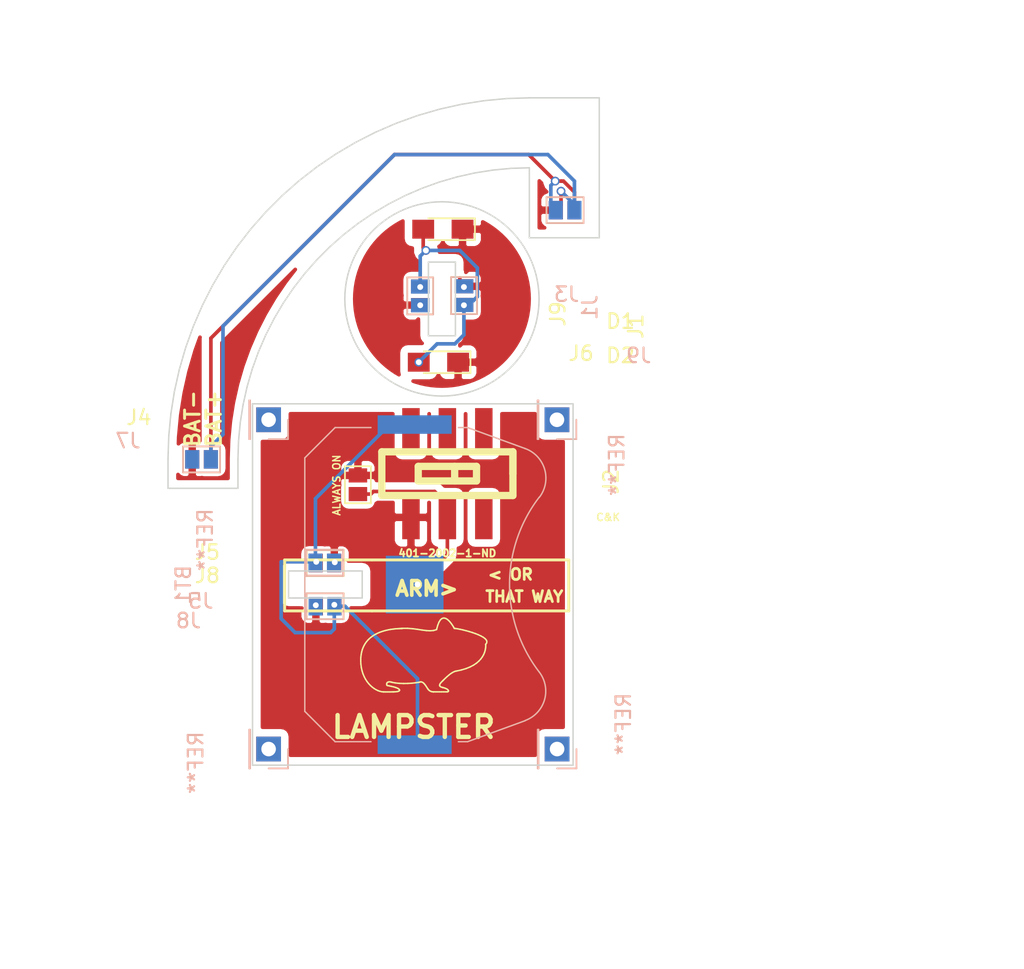
<source format=kicad_pcb>
(kicad_pcb (version 20170922) (host pcbnew no-vcs-found-72d4889~60~ubuntu17.04.1)

(general
  (thickness 1.6)
  (drawings 409)
  (tracks 75)
  (zones 0)
  (modules 21)
  (nets 6)
)

(page A4)
(layers
  (0 F.Cu signal)
  (31 B.Cu signal)
  (32 B.Adhes user)
  (33 F.Adhes user)
  (34 B.Paste user)
  (35 F.Paste user)
  (36 B.SilkS user)
  (37 F.SilkS user)
  (38 B.Mask user)
  (39 F.Mask user)
  (40 Dwgs.User user)
  (41 Cmts.User user)
  (42 Eco1.User user)
  (43 Eco2.User user)
  (44 Edge.Cuts user)
  (45 Margin user)
  (46 B.CrtYd user)
  (47 F.CrtYd user)
  (48 B.Fab user)
  (49 F.Fab user)
)


(setup
  (last_trace_width 0.25)
  (trace_clearance 0.1525)
  (zone_clearance 0.508)
  (zone_45_only no)
  (trace_min 0.1525)
  (segment_width 0.2)
  (edge_width 0.15)
  (via_size 0.6)
  (via_drill 0.4)
  (via_min_size 0.4)
  (via_min_drill 0.3)
  (uvia_size 0.3)
  (uvia_drill 0.1)
  (uvias_allowed no)
  (uvia_min_size 0.2)
  (uvia_min_drill 0.1)
  (pcb_text_width 0.3)
  (pcb_text_size 1.5 1.5)
  (mod_edge_width 0.15)
  (mod_text_size 1 1)
  (mod_text_width 0.15)
  (pad_size 4 4)
  (pad_drill 0)
  (pad_to_mask_clearance 0.2)
  (aux_axis_origin 0 0)
  (visible_elements FFFFFF7F)
  (pcbplotparams
    (layerselection 0x01000_7fffffff)
    (usegerberextensions false)
    (usegerberattributes true)
    (usegerberadvancedattributes true)
    (creategerberjobfile true)
    (excludeedgelayer true)
    (linewidth 0.100000)
    (plotframeref false)
    (viasonmask false)
    (mode 1)
    (useauxorigin true)
    (hpglpennumber 1)
    (hpglpenspeed 20)
    (hpglpendiameter 15)
    (psnegative false)
    (psa4output false)
    (plotreference false)
    (plotvalue false)
    (plotinvisibletext false)
    (padsonsilk false)
    (subtractmaskfromsilk false)
    (outputformat 3)
    (mirror false)
    (drillshape 0)
    (scaleselection 1)
    (outputdirectory ""))
)

(net 0 "")
(net 1 BAT+)
(net 2 BAT-)
(net 3 B2OUT+)
(net 4 "Net-(SW1-Pad3)")
(net 5 "Net-(BT1-Pad2)")

(net_class Default "This is the default net class."
  (clearance 0.1525)
  (trace_width 0.25)
  (via_dia 0.6)
  (via_drill 0.4)
  (uvia_dia 0.3)
  (uvia_drill 0.1)
  (add_net B2OUT+)
  (add_net BAT+)
  (add_net BAT-)
  (add_net "Net-(BT1-Pad2)")
  (add_net "Net-(SW1-Pad3)")
)

  (module Pin_Headers:Pin_Header_Straight_1x01_Pitch2.54mm (layer B.Cu) (tedit 59650532) (tstamp 59D4DF5C)
    (at 227.1 98.81 90)
    (descr "Through hole straight pin header, 1x01, 2.54mm pitch, single row")
    (tags "Through hole pin header THT 1x01 2.54mm single row")
    (fp_text reference REF** (at -8.24 -4.35 90) (layer B.SilkS)
      (effects (font (size 1 1) (thickness 0.15)) (justify mirror))
    )
    (fp_text value Pin_Header_Straight_1x01_Pitch2.54mm (at 0 -2.33 90) (layer B.Fab)
      (effects (font (size 1 1) (thickness 0.15)) (justify mirror))
    )
    (fp_line (start -0.635 1.27) (end 1.27 1.27) (layer B.Fab) (width 0.1))
    (fp_line (start 1.27 1.27) (end 1.27 -1.27) (layer B.Fab) (width 0.1))
    (fp_line (start 1.27 -1.27) (end -1.27 -1.27) (layer B.Fab) (width 0.1))
    (fp_line (start -1.27 -1.27) (end -1.27 0.635) (layer B.Fab) (width 0.1))
    (fp_line (start -1.27 0.635) (end -0.635 1.27) (layer B.Fab) (width 0.1))
    (fp_line (start -1.33 -1.33) (end 1.33 -1.33) (layer B.SilkS) (width 0.12))
    (fp_line (start -1.33 -1.27) (end -1.33 -1.33) (layer B.SilkS) (width 0.12))
    (fp_line (start 1.33 -1.27) (end 1.33 -1.33) (layer B.SilkS) (width 0.12))
    (fp_line (start -1.33 -1.27) (end 1.33 -1.27) (layer B.SilkS) (width 0.12))
    (fp_line (start -1.33 0) (end -1.33 1.33) (layer B.SilkS) (width 0.12))
    (fp_line (start -1.33 1.33) (end 0 1.33) (layer B.SilkS) (width 0.12))
    (fp_line (start -1.8 1.8) (end -1.8 -1.8) (layer B.CrtYd) (width 0.05))
    (fp_line (start -1.8 -1.8) (end 1.8 -1.8) (layer B.CrtYd) (width 0.05))
    (fp_line (start 1.8 -1.8) (end 1.8 1.8) (layer B.CrtYd) (width 0.05))
    (fp_line (start 1.8 1.8) (end -1.8 1.8) (layer B.CrtYd) (width 0.05))
    (fp_text user %R (at 0 0) (layer B.Fab)
      (effects (font (size 1 1) (thickness 0.15)) (justify mirror))
    )
    (pad 1 thru_hole rect (at 0 0 90) (size 1.7 1.7) (drill 1) (layers *.Cu *.Mask))
    (model ${KISYS3DMOD}/Pin_Headers.3dshapes/Pin_Header_Straight_1x01_Pitch2.54mm.wrl
      (at (xyz 0 0 0))
      (scale (xyz 1 1 1))
      (rotate (xyz 0 0 0))
    )
  )

  (module Battery_Holders:Keystone_3034_1x20mm-CoinCell (layer B.Cu) (tedit 595D9565) (tstamp 59E86F76)
    (at 237.125 110.125 270)
    (descr "Keystone 3034 SMD battery holder for 2020, 2025 and 2032 coincell batteries. http://www.keyelco.com/product-pdf.cfm?p=798")
    (tags "Keystone type 3034 coin cell retainer")
    (path /59CBE70A)
    (attr smd)
    (fp_text reference BT1 (at 0.025 15.875 270) (layer B.SilkS)
      (effects (font (size 1 1) (thickness 0.15)) (justify mirror))
    )
    (fp_text value Battery_Cell (at 0 -11.5 270) (layer B.Fab)
      (effects (font (size 1 1) (thickness 0.15)) (justify mirror))
    )
    (fp_text user %R (at 0 2.9 270) (layer B.Fab)
      (effects (font (size 1 1) (thickness 0.15)) (justify mirror))
    )
    (fp_circle (center 0 0) (end 0 -10.25) (layer Dwgs.User) (width 0.15))
    (fp_arc (start 0 -16.36) (end 6 -8.55) (angle 75.1) (layer B.SilkS) (width 0.1))
    (fp_arc (start -7.31 -6.85) (end -9.34 -7.58) (angle 107.5) (layer B.SilkS) (width 0.1))
    (fp_line (start -10.78 -3.63) (end -9.34 -7.58) (layer B.SilkS) (width 0.1))
    (fp_line (start -8.7 7.54) (end -10.78 5.46) (layer B.SilkS) (width 0.1))
    (fp_line (start 8.7 7.54) (end -8.7 7.54) (layer B.SilkS) (width 0.1))
    (fp_line (start 8.7 7.54) (end 10.78 5.46) (layer B.SilkS) (width 0.1))
    (fp_line (start 10.78 -3.63) (end 9.34 -7.58) (layer B.SilkS) (width 0.1))
    (fp_arc (start 7.31 -6.85) (end 6 -8.55) (angle 107.5) (layer B.SilkS) (width 0.1))
    (fp_line (start -10.78 5.46) (end -10.78 3) (layer B.SilkS) (width 0.1))
    (fp_line (start -10.78 -3) (end -10.78 -3.63) (layer B.SilkS) (width 0.1))
    (fp_line (start 10.78 5.46) (end 10.78 3) (layer B.SilkS) (width 0.1))
    (fp_line (start 10.78 -3) (end 10.78 -3.63) (layer B.SilkS) (width 0.1))
    (fp_line (start -9.19 -7.53) (end -10.63 -3.6) (layer B.Fab) (width 0.1))
    (fp_line (start -10.63 -3.6) (end -10.63 5.4) (layer B.Fab) (width 0.1))
    (fp_line (start -10.63 5.4) (end -8.64 7.39) (layer B.Fab) (width 0.1))
    (fp_line (start -8.64 7.39) (end 8.64 7.39) (layer B.Fab) (width 0.1))
    (fp_line (start 8.64 7.39) (end 10.63 5.4) (layer B.Fab) (width 0.1))
    (fp_line (start 10.63 5.4) (end 10.63 -3.6) (layer B.Fab) (width 0.1))
    (fp_line (start 10.63 -3.6) (end 9.19 -7.53) (layer B.Fab) (width 0.1))
    (fp_arc (start 7.31 -6.85) (end 6.1 -8.43) (angle 107.5) (layer B.Fab) (width 0.1))
    (fp_arc (start 0 -16.36) (end 6.1 -8.43) (angle 75.1) (layer B.Fab) (width 0.1))
    (fp_arc (start -7.31 -6.85) (end -9.19 -7.53) (angle 107.5) (layer B.Fab) (width 0.1))
    (fp_line (start 11.87 2.79) (end 10.88 2.79) (layer B.CrtYd) (width 0.05))
    (fp_line (start 10.88 2.79) (end 10.88 5.5) (layer B.CrtYd) (width 0.05))
    (fp_line (start 10.88 5.5) (end 8.74 7.64) (layer B.CrtYd) (width 0.05))
    (fp_line (start 8.74 7.64) (end 7.2 7.64) (layer B.CrtYd) (width 0.05))
    (fp_arc (start 0 0) (end 7.2 7.64) (angle 86.6) (layer B.CrtYd) (width 0.05))
    (fp_line (start -7.2 7.64) (end -8.74 7.64) (layer B.CrtYd) (width 0.05))
    (fp_line (start -8.74 7.64) (end -10.88 5.5) (layer B.CrtYd) (width 0.05))
    (fp_line (start -10.88 5.5) (end -10.88 2.79) (layer B.CrtYd) (width 0.05))
    (fp_line (start -10.88 2.79) (end -11.87 2.79) (layer B.CrtYd) (width 0.05))
    (fp_line (start -11.87 2.79) (end -11.87 -2.79) (layer B.CrtYd) (width 0.05))
    (fp_line (start -11.87 -2.79) (end -10.88 -2.79) (layer B.CrtYd) (width 0.05))
    (fp_line (start -10.88 -2.79) (end -10.88 -3.64) (layer B.CrtYd) (width 0.05))
    (fp_line (start -10.88 -3.64) (end -9.44 -7.62) (layer B.CrtYd) (width 0.05))
    (fp_arc (start -7.31 -6.85) (end -9.43 -7.62) (angle 106.9) (layer B.CrtYd) (width 0.05))
    (fp_arc (start 0 0) (end -5.96 -8.64) (angle 69.1) (layer B.CrtYd) (width 0.05))
    (fp_arc (start 7.31 -6.85) (end 5.96 -8.64) (angle 106.9) (layer B.CrtYd) (width 0.05))
    (fp_line (start 9.43 -7.63) (end 10.88 -3.64) (layer B.CrtYd) (width 0.05))
    (fp_line (start 10.88 -3.64) (end 10.88 -2.79) (layer B.CrtYd) (width 0.05))
    (fp_line (start 10.88 -2.79) (end 11.87 -2.79) (layer B.CrtYd) (width 0.05))
    (fp_line (start 11.87 -2.79) (end 11.87 2.79) (layer B.CrtYd) (width 0.05))
    (pad 2 smd rect (at 0 0 270) (size 3.96 3.96) (layers B.Cu B.Paste B.Mask)
      (net 5 "Net-(BT1-Pad2)"))
    (pad 1 smd rect (at 10.985 0 270) (size 1.27 5.08) (layers B.Cu B.Paste B.Mask)
      (net 3 B2OUT+))
    (pad 1 smd rect (at -10.985 0 270) (size 1.27 5.08) (layers B.Cu B.Paste B.Mask)
      (net 3 B2OUT+))
    (model ${KISYS3DMOD}/Battery_Holders.3dshapes/Keystone_3034_1x20mm-CoinCell.wrl
      (at (xyz 0 0 0))
      (scale (xyz 1 1 1))
      (rotate (xyz 0 0 0))
    )
  )

  (module Connectors:GS2 (layer B.Cu) (tedit 0) (tstamp 59EBEE29)
    (at 230.95 108.63 270)
    (descr "Pontet Goute de soudure")
    (path /59CBECA5)
    (attr virtual)
    (fp_text reference J5 (at 2.62 8.5 180) (layer B.SilkS)
      (effects (font (size 1 1) (thickness 0.15)) (justify mirror))
    )
    (fp_text value B1OUT (at -4.83 -0.15 180) (layer B.Fab)
      (effects (font (size 1 1) (thickness 0.15)) (justify mirror))
    )
    (fp_line (start -0.889 1.27) (end 0.889 1.27) (layer B.SilkS) (width 0.15))
    (fp_line (start 0.889 -1.27) (end -0.889 -1.27) (layer B.SilkS) (width 0.15))
    (fp_line (start 0.889 -1.27) (end 0.889 1.27) (layer B.SilkS) (width 0.15))
    (fp_line (start -0.889 1.27) (end -0.889 -1.27) (layer B.SilkS) (width 0.15))
    (pad 2 smd rect (at 0 -0.635 270) (size 1.27 0.9652) (layers B.Cu B.Paste B.Mask)
      (net 2 BAT-))
    (pad 1 smd rect (at 0 0.635 270) (size 1.27 0.9652) (layers B.Cu B.Paste B.Mask)
      (net 3 B2OUT+))
  )

  (module Connectors:GS2 (layer F.Cu) (tedit 586134A1) (tstamp 59E8736A)
    (at 237.505 90.3)
    (descr "2-pin solder bridge")
    (tags "solder bridge")
    (path /59D00D54)
    (attr smd)
    (fp_text reference J9 (at 9.445 1.25 90) (layer F.SilkS)
      (effects (font (size 1 1) (thickness 0.15)))
    )
    (fp_text value B3IN (at -3.11 0 90) (layer F.Fab)
      (effects (font (size 1 1) (thickness 0.15)))
    )
    (fp_line (start -0.89 -1.27) (end 0.89 -1.27) (layer F.SilkS) (width 0.12))
    (fp_line (start 0.89 1.27) (end -0.89 1.27) (layer F.SilkS) (width 0.12))
    (fp_line (start 0.89 1.27) (end 0.89 -1.27) (layer F.SilkS) (width 0.12))
    (fp_line (start -0.89 -1.27) (end -0.89 1.27) (layer F.SilkS) (width 0.12))
    (fp_line (start -1.1 -1.45) (end 1.1 -1.45) (layer F.CrtYd) (width 0.05))
    (fp_line (start -1.1 1.5) (end -1.1 -1.45) (layer F.CrtYd) (width 0.05))
    (fp_line (start 1.1 1.5) (end -1.1 1.5) (layer F.CrtYd) (width 0.05))
    (fp_line (start 1.1 -1.45) (end 1.1 1.5) (layer F.CrtYd) (width 0.05))
    (pad 2 smd rect (at 0 0.64) (size 1.27 0.97) (layers F.Cu F.Paste F.Mask)
      (net 2 BAT-))
    (pad 1 smd rect (at 0 -0.64) (size 1.27 0.97) (layers F.Cu F.Paste F.Mask)
      (net 3 B2OUT+))
  )

  (module Connectors:GS2 (layer F.Cu) (tedit 586134A1) (tstamp 59E87323)
    (at 240.515 90.29 180)
    (descr "2-pin solder bridge")
    (tags "solder bridge")
    (path /59CFF43C)
    (attr smd)
    (fp_text reference J1 (at -11.785 -2.11 270) (layer F.SilkS)
      (effects (font (size 1 1) (thickness 0.15)))
    )
    (fp_text value B3IN2 (at 3.08 -0.01 270) (layer F.Fab)
      (effects (font (size 1 1) (thickness 0.15)))
    )
    (fp_line (start 1.1 -1.45) (end 1.1 1.5) (layer F.CrtYd) (width 0.05))
    (fp_line (start 1.1 1.5) (end -1.1 1.5) (layer F.CrtYd) (width 0.05))
    (fp_line (start -1.1 1.5) (end -1.1 -1.45) (layer F.CrtYd) (width 0.05))
    (fp_line (start -1.1 -1.45) (end 1.1 -1.45) (layer F.CrtYd) (width 0.05))
    (fp_line (start -0.89 -1.27) (end -0.89 1.27) (layer F.SilkS) (width 0.12))
    (fp_line (start 0.89 1.27) (end 0.89 -1.27) (layer F.SilkS) (width 0.12))
    (fp_line (start 0.89 1.27) (end -0.89 1.27) (layer F.SilkS) (width 0.12))
    (fp_line (start -0.89 -1.27) (end 0.89 -1.27) (layer F.SilkS) (width 0.12))
    (pad 1 smd rect (at 0 -0.64 180) (size 1.27 0.97) (layers F.Cu F.Paste F.Mask)
      (net 3 B2OUT+))
    (pad 2 smd rect (at 0 0.64 180) (size 1.27 0.97) (layers F.Cu F.Paste F.Mask)
      (net 2 BAT-))
  )

  (module Connectors:GS2 (layer B.Cu) (tedit 586134A1) (tstamp 59E872A2)
    (at 230.97 111.61 90)
    (descr "2-pin solder bridge")
    (tags "solder bridge")
    (path /59CFF3E2)
    (attr smd)
    (fp_text reference J8 (at -0.99 -9.37) (layer B.SilkS)
      (effects (font (size 1 1) (thickness 0.15)) (justify mirror))
    )
    (fp_text value B1OUT2 (at -1.8 0) (layer B.Fab)
      (effects (font (size 1 1) (thickness 0.15)) (justify mirror))
    )
    (fp_line (start 1.1 1.45) (end 1.1 -1.5) (layer B.CrtYd) (width 0.05))
    (fp_line (start 1.1 -1.5) (end -1.1 -1.5) (layer B.CrtYd) (width 0.05))
    (fp_line (start -1.1 -1.5) (end -1.1 1.45) (layer B.CrtYd) (width 0.05))
    (fp_line (start -1.1 1.45) (end 1.1 1.45) (layer B.CrtYd) (width 0.05))
    (fp_line (start -0.89 1.27) (end -0.89 -1.27) (layer B.SilkS) (width 0.12))
    (fp_line (start 0.89 -1.27) (end 0.89 1.27) (layer B.SilkS) (width 0.12))
    (fp_line (start 0.89 -1.27) (end -0.89 -1.27) (layer B.SilkS) (width 0.12))
    (fp_line (start -0.89 1.27) (end 0.89 1.27) (layer B.SilkS) (width 0.12))
    (pad 1 smd rect (at 0 0.64 90) (size 1.27 0.97) (layers B.Cu B.Paste B.Mask)
      (net 3 B2OUT+))
    (pad 2 smd rect (at 0 -0.64 90) (size 1.27 0.97) (layers B.Cu B.Paste B.Mask)
      (net 2 BAT-))
  )

  (module Pin_Headers:Pin_Header_Straight_1x01_Pitch2.54mm (layer B.Cu) (tedit 59650532) (tstamp 59D4DFAE)
    (at 246.89 98.81 90)
    (descr "Through hole straight pin header, 1x01, 2.54mm pitch, single row")
    (tags "Through hole pin header THT 1x01 2.54mm single row")
    (fp_text reference REF** (at -3.09 4.11 90) (layer B.SilkS)
      (effects (font (size 1 1) (thickness 0.15)) (justify mirror))
    )
    (fp_text value Pin_Header_Straight_1x01_Pitch2.54mm (at 0 -2.33 90) (layer B.Fab)
      (effects (font (size 1 1) (thickness 0.15)) (justify mirror))
    )
    (fp_text user %R (at 0 0) (layer B.Fab)
      (effects (font (size 1 1) (thickness 0.15)) (justify mirror))
    )
    (fp_line (start 1.8 1.8) (end -1.8 1.8) (layer B.CrtYd) (width 0.05))
    (fp_line (start 1.8 -1.8) (end 1.8 1.8) (layer B.CrtYd) (width 0.05))
    (fp_line (start -1.8 -1.8) (end 1.8 -1.8) (layer B.CrtYd) (width 0.05))
    (fp_line (start -1.8 1.8) (end -1.8 -1.8) (layer B.CrtYd) (width 0.05))
    (fp_line (start -1.33 1.33) (end 0 1.33) (layer B.SilkS) (width 0.12))
    (fp_line (start -1.33 0) (end -1.33 1.33) (layer B.SilkS) (width 0.12))
    (fp_line (start -1.33 -1.27) (end 1.33 -1.27) (layer B.SilkS) (width 0.12))
    (fp_line (start 1.33 -1.27) (end 1.33 -1.33) (layer B.SilkS) (width 0.12))
    (fp_line (start -1.33 -1.27) (end -1.33 -1.33) (layer B.SilkS) (width 0.12))
    (fp_line (start -1.33 -1.33) (end 1.33 -1.33) (layer B.SilkS) (width 0.12))
    (fp_line (start -1.27 0.635) (end -0.635 1.27) (layer B.Fab) (width 0.1))
    (fp_line (start -1.27 -1.27) (end -1.27 0.635) (layer B.Fab) (width 0.1))
    (fp_line (start 1.27 -1.27) (end -1.27 -1.27) (layer B.Fab) (width 0.1))
    (fp_line (start 1.27 1.27) (end 1.27 -1.27) (layer B.Fab) (width 0.1))
    (fp_line (start -0.635 1.27) (end 1.27 1.27) (layer B.Fab) (width 0.1))
    (pad 1 thru_hole rect (at 0 0 90) (size 1.7 1.7) (drill 1) (layers *.Cu *.Mask))
    (model ${KISYS3DMOD}/Pin_Headers.3dshapes/Pin_Header_Straight_1x01_Pitch2.54mm.wrl
      (at (xyz 0 0 0))
      (scale (xyz 1 1 1))
      (rotate (xyz 0 0 0))
    )
  )

  (module Pin_Headers:Pin_Header_Straight_1x01_Pitch2.54mm (layer B.Cu) (tedit 59650532) (tstamp 59D4DF86)
    (at 246.9 121.41 90)
    (descr "Through hole straight pin header, 1x01, 2.54mm pitch, single row")
    (tags "Through hole pin header THT 1x01 2.54mm single row")
    (fp_text reference REF** (at 1.71 4.55 90) (layer B.SilkS)
      (effects (font (size 1 1) (thickness 0.15)) (justify mirror))
    )
    (fp_text value Pin_Header_Straight_1x01_Pitch2.54mm (at 0 -2.33 90) (layer B.Fab)
      (effects (font (size 1 1) (thickness 0.15)) (justify mirror))
    )
    (fp_line (start -0.635 1.27) (end 1.27 1.27) (layer B.Fab) (width 0.1))
    (fp_line (start 1.27 1.27) (end 1.27 -1.27) (layer B.Fab) (width 0.1))
    (fp_line (start 1.27 -1.27) (end -1.27 -1.27) (layer B.Fab) (width 0.1))
    (fp_line (start -1.27 -1.27) (end -1.27 0.635) (layer B.Fab) (width 0.1))
    (fp_line (start -1.27 0.635) (end -0.635 1.27) (layer B.Fab) (width 0.1))
    (fp_line (start -1.33 -1.33) (end 1.33 -1.33) (layer B.SilkS) (width 0.12))
    (fp_line (start -1.33 -1.27) (end -1.33 -1.33) (layer B.SilkS) (width 0.12))
    (fp_line (start 1.33 -1.27) (end 1.33 -1.33) (layer B.SilkS) (width 0.12))
    (fp_line (start -1.33 -1.27) (end 1.33 -1.27) (layer B.SilkS) (width 0.12))
    (fp_line (start -1.33 0) (end -1.33 1.33) (layer B.SilkS) (width 0.12))
    (fp_line (start -1.33 1.33) (end 0 1.33) (layer B.SilkS) (width 0.12))
    (fp_line (start -1.8 1.8) (end -1.8 -1.8) (layer B.CrtYd) (width 0.05))
    (fp_line (start -1.8 -1.8) (end 1.8 -1.8) (layer B.CrtYd) (width 0.05))
    (fp_line (start 1.8 -1.8) (end 1.8 1.8) (layer B.CrtYd) (width 0.05))
    (fp_line (start 1.8 1.8) (end -1.8 1.8) (layer B.CrtYd) (width 0.05))
    (fp_text user %R (at 0 0) (layer B.Fab)
      (effects (font (size 1 1) (thickness 0.15)) (justify mirror))
    )
    (pad 1 thru_hole rect (at 0 0 90) (size 1.7 1.7) (drill 1) (layers *.Cu *.Mask))
    (model ${KISYS3DMOD}/Pin_Headers.3dshapes/Pin_Header_Straight_1x01_Pitch2.54mm.wrl
      (at (xyz 0 0 0))
      (scale (xyz 1 1 1))
      (rotate (xyz 0 0 0))
    )
  )

  (module Pin_Headers:Pin_Header_Straight_1x01_Pitch2.54mm (layer B.Cu) (tedit 59650532) (tstamp 59D4DF5E)
    (at 227.1 121.41 90)
    (descr "Through hole straight pin header, 1x01, 2.54mm pitch, single row")
    (tags "Through hole pin header THT 1x01 2.54mm single row")
    (fp_text reference REF** (at -0.94 -5 90) (layer B.SilkS)
      (effects (font (size 1 1) (thickness 0.15)) (justify mirror))
    )
    (fp_text value Pin_Header_Straight_1x01_Pitch2.54mm (at 0 -2.33 90) (layer B.Fab)
      (effects (font (size 1 1) (thickness 0.15)) (justify mirror))
    )
    (fp_text user %R (at 0 0) (layer B.Fab)
      (effects (font (size 1 1) (thickness 0.15)) (justify mirror))
    )
    (fp_line (start 1.8 1.8) (end -1.8 1.8) (layer B.CrtYd) (width 0.05))
    (fp_line (start 1.8 -1.8) (end 1.8 1.8) (layer B.CrtYd) (width 0.05))
    (fp_line (start -1.8 -1.8) (end 1.8 -1.8) (layer B.CrtYd) (width 0.05))
    (fp_line (start -1.8 1.8) (end -1.8 -1.8) (layer B.CrtYd) (width 0.05))
    (fp_line (start -1.33 1.33) (end 0 1.33) (layer B.SilkS) (width 0.12))
    (fp_line (start -1.33 0) (end -1.33 1.33) (layer B.SilkS) (width 0.12))
    (fp_line (start -1.33 -1.27) (end 1.33 -1.27) (layer B.SilkS) (width 0.12))
    (fp_line (start 1.33 -1.27) (end 1.33 -1.33) (layer B.SilkS) (width 0.12))
    (fp_line (start -1.33 -1.27) (end -1.33 -1.33) (layer B.SilkS) (width 0.12))
    (fp_line (start -1.33 -1.33) (end 1.33 -1.33) (layer B.SilkS) (width 0.12))
    (fp_line (start -1.27 0.635) (end -0.635 1.27) (layer B.Fab) (width 0.1))
    (fp_line (start -1.27 -1.27) (end -1.27 0.635) (layer B.Fab) (width 0.1))
    (fp_line (start 1.27 -1.27) (end -1.27 -1.27) (layer B.Fab) (width 0.1))
    (fp_line (start 1.27 1.27) (end 1.27 -1.27) (layer B.Fab) (width 0.1))
    (fp_line (start -0.635 1.27) (end 1.27 1.27) (layer B.Fab) (width 0.1))
    (pad 1 thru_hole rect (at 0 0 90) (size 1.7 1.7) (drill 1) (layers *.Cu *.Mask))
    (model ${KISYS3DMOD}/Pin_Headers.3dshapes/Pin_Header_Straight_1x01_Pitch2.54mm.wrl
      (at (xyz 0 0 0))
      (scale (xyz 1 1 1))
      (rotate (xyz 0 0 0))
    )
  )

  (module Connectors:GS2 (layer F.Cu) (tedit 0) (tstamp 59CBED48)
    (at 230.975 108.64 90)
    (descr "Pontet Goute de soudure")
    (path /59CBECA5)
    (attr virtual)
    (fp_text reference J5 (at 0.74 -8.075 180) (layer F.SilkS)
      (effects (font (size 1 1) (thickness 0.15)))
    )
    (fp_text value B1OUT (at -2.7438 0 180) (layer F.Fab)
      (effects (font (size 1 1) (thickness 0.15)))
    )
    (fp_line (start -0.889 -1.27) (end -0.889 1.27) (layer F.SilkS) (width 0.15))
    (fp_line (start 0.889 1.27) (end 0.889 -1.27) (layer F.SilkS) (width 0.15))
    (fp_line (start 0.889 1.27) (end -0.889 1.27) (layer F.SilkS) (width 0.15))
    (fp_line (start -0.889 -1.27) (end 0.889 -1.27) (layer F.SilkS) (width 0.15))
    (pad 1 smd rect (at 0 -0.635 90) (size 1.27 0.9652) (layers F.Cu F.Paste F.Mask)
      (net 1 BAT+))
    (pad 2 smd rect (at 0 0.635 90) (size 1.27 0.9652) (layers F.Cu F.Paste F.Mask)
      (net 2 BAT-))
  )

  (module LEDs:LED_0805_HandSoldering (layer F.Cu) (tedit 59EBE887) (tstamp 59CBED2A)
    (at 239.061 85.731 180)
    (descr "Resistor SMD 0805, hand soldering")
    (tags "resistor 0805")
    (path /59CBE6DF)
    (attr smd)
    (fp_text reference D1 (at -12.189 -6.319 180) (layer F.SilkS)
      (effects (font (size 1 1) (thickness 0.15)))
    )
    (fp_text value LED (at 0 1.75 180) (layer F.Fab)
      (effects (font (size 1 1) (thickness 0.15)))
    )
    (fp_line (start -0.4 -0.4) (end -0.4 0.4) (layer F.Fab) (width 0.1))
    (fp_line (start -0.4 0) (end 0.2 -0.4) (layer F.Fab) (width 0.1))
    (fp_line (start 0.2 0.4) (end -0.4 0) (layer F.Fab) (width 0.1))
    (fp_line (start 0.2 -0.4) (end 0.2 0.4) (layer F.Fab) (width 0.1))
    (fp_line (start -1 0.62) (end -1 -0.62) (layer F.Fab) (width 0.1))
    (fp_line (start 1 0.62) (end -1 0.62) (layer F.Fab) (width 0.1))
    (fp_line (start 1 -0.62) (end 1 0.62) (layer F.Fab) (width 0.1))
    (fp_line (start -1 -0.62) (end 1 -0.62) (layer F.Fab) (width 0.1))
    (fp_line (start 1 0.75) (end -2.2 0.75) (layer F.SilkS) (width 0.12))
    (fp_line (start -2.2 -0.75) (end 1 -0.75) (layer F.SilkS) (width 0.12))
    (fp_line (start -2.35 -0.9) (end 2.35 -0.9) (layer F.CrtYd) (width 0.05))
    (fp_line (start -2.35 -0.9) (end -2.35 0.9) (layer F.CrtYd) (width 0.05))
    (fp_line (start 2.35 0.9) (end 2.35 -0.9) (layer F.CrtYd) (width 0.05))
    (fp_line (start 2.35 0.9) (end -2.35 0.9) (layer F.CrtYd) (width 0.05))
    (fp_line (start -2.2 -0.75) (end -2.2 0.75) (layer F.SilkS) (width 0.12))
    (pad 1 smd rect (at -1.35 0 180) (size 1.5 1.3) (layers F.Cu F.Paste F.Mask)
      (net 2 BAT-))
    (pad 2 smd rect (at 1.35 0 180) (size 1.5 1.3) (layers F.Cu F.Paste F.Mask)
      (net 3 B2OUT+))
    (model ${KISYS3DMOD}/LEDs.3dshapes/LED_0805.wrl
      (at (xyz 0 0 0))
      (scale (xyz 1 1 1))
      (rotate (xyz 0 0 0))
    )
  )

  (module Connectors:GS2 (layer B.Cu) (tedit 586134A1) (tstamp 59CFF584)
    (at 240.515 90.29)
    (descr "2-pin solder bridge")
    (tags "solder bridge")
    (path /59CFF43C)
    (attr smd)
    (fp_text reference J1 (at 8.635 0.81 -90) (layer B.SilkS)
      (effects (font (size 1 1) (thickness 0.15)) (justify mirror))
    )
    (fp_text value B3IN2 (at 3.08 0.01 -90) (layer B.Fab)
      (effects (font (size 1 1) (thickness 0.15)) (justify mirror))
    )
    (fp_line (start -0.89 1.27) (end 0.89 1.27) (layer B.SilkS) (width 0.12))
    (fp_line (start 0.89 -1.27) (end -0.89 -1.27) (layer B.SilkS) (width 0.12))
    (fp_line (start 0.89 -1.27) (end 0.89 1.27) (layer B.SilkS) (width 0.12))
    (fp_line (start -0.89 1.27) (end -0.89 -1.27) (layer B.SilkS) (width 0.12))
    (fp_line (start -1.1 1.45) (end 1.1 1.45) (layer B.CrtYd) (width 0.05))
    (fp_line (start -1.1 -1.5) (end -1.1 1.45) (layer B.CrtYd) (width 0.05))
    (fp_line (start 1.1 -1.5) (end -1.1 -1.5) (layer B.CrtYd) (width 0.05))
    (fp_line (start 1.1 1.45) (end 1.1 -1.5) (layer B.CrtYd) (width 0.05))
    (pad 2 smd rect (at 0 -0.64) (size 1.27 0.97) (layers B.Cu B.Paste B.Mask)
      (net 2 BAT-))
    (pad 1 smd rect (at 0 0.64) (size 1.27 0.97) (layers B.Cu B.Paste B.Mask)
      (net 3 B2OUT+))
  )

  (module Connectors:GS2 (layer F.Cu) (tedit 586134A1) (tstamp 59CFF592)
    (at 247.45 84.4258 270)
    (descr "2-pin solder bridge")
    (tags "solder bridge")
    (path /59CFF410)
    (attr smd)
    (fp_text reference J6 (at 9.8242 -1.1) (layer F.SilkS)
      (effects (font (size 1 1) (thickness 0.15)))
    )
    (fp_text value B2OUT2 (at -1.8 0) (layer F.Fab)
      (effects (font (size 1 1) (thickness 0.15)))
    )
    (fp_line (start 1.1 -1.45) (end 1.1 1.5) (layer F.CrtYd) (width 0.05))
    (fp_line (start 1.1 1.5) (end -1.1 1.5) (layer F.CrtYd) (width 0.05))
    (fp_line (start -1.1 1.5) (end -1.1 -1.45) (layer F.CrtYd) (width 0.05))
    (fp_line (start -1.1 -1.45) (end 1.1 -1.45) (layer F.CrtYd) (width 0.05))
    (fp_line (start -0.89 -1.27) (end -0.89 1.27) (layer F.SilkS) (width 0.12))
    (fp_line (start 0.89 1.27) (end 0.89 -1.27) (layer F.SilkS) (width 0.12))
    (fp_line (start 0.89 1.27) (end -0.89 1.27) (layer F.SilkS) (width 0.12))
    (fp_line (start -0.89 -1.27) (end 0.89 -1.27) (layer F.SilkS) (width 0.12))
    (pad 1 smd rect (at 0 -0.64 270) (size 1.27 0.97) (layers F.Cu F.Paste F.Mask)
      (net 3 B2OUT+))
    (pad 2 smd rect (at 0 0.64 270) (size 1.27 0.97) (layers F.Cu F.Paste F.Mask)
      (net 2 BAT-))
  )

  (module Connectors:GS2 (layer B.Cu) (tedit 586134A1) (tstamp 59CFF5A0)
    (at 222.4988 101.529189 270)
    (descr "2-pin solder bridge")
    (tags "solder bridge")
    (path /59CFF3B2)
    (attr smd)
    (fp_text reference J7 (at -1.279189 5.0488 180) (layer B.SilkS)
      (effects (font (size 1 1) (thickness 0.15)) (justify mirror))
    )
    (fp_text value B2IN2 (at -1.8 0 180) (layer B.Fab)
      (effects (font (size 1 1) (thickness 0.15)) (justify mirror))
    )
    (fp_line (start 1.1 1.45) (end 1.1 -1.5) (layer B.CrtYd) (width 0.05))
    (fp_line (start 1.1 -1.5) (end -1.1 -1.5) (layer B.CrtYd) (width 0.05))
    (fp_line (start -1.1 -1.5) (end -1.1 1.45) (layer B.CrtYd) (width 0.05))
    (fp_line (start -1.1 1.45) (end 1.1 1.45) (layer B.CrtYd) (width 0.05))
    (fp_line (start -0.89 1.27) (end -0.89 -1.27) (layer B.SilkS) (width 0.12))
    (fp_line (start 0.89 -1.27) (end 0.89 1.27) (layer B.SilkS) (width 0.12))
    (fp_line (start 0.89 -1.27) (end -0.89 -1.27) (layer B.SilkS) (width 0.12))
    (fp_line (start -0.89 1.27) (end 0.89 1.27) (layer B.SilkS) (width 0.12))
    (pad 1 smd rect (at 0 0.64 270) (size 1.27 0.97) (layers B.Cu B.Paste B.Mask)
      (net 3 B2OUT+))
    (pad 2 smd rect (at 0 -0.64 270) (size 1.27 0.97) (layers B.Cu B.Paste B.Mask)
      (net 2 BAT-))
  )

  (module Connectors:GS2 (layer F.Cu) (tedit 586134A1) (tstamp 59CFF5AE)
    (at 230.986901 111.6087 270)
    (descr "2-pin solder bridge")
    (tags "solder bridge")
    (path /59CFF3E2)
    (attr smd)
    (fp_text reference J8 (at -2.1087 8.086901) (layer F.SilkS)
      (effects (font (size 1 1) (thickness 0.15)))
    )
    (fp_text value B1OUT2 (at -1.4087 -0.763099) (layer F.Fab)
      (effects (font (size 1 1) (thickness 0.15)))
    )
    (fp_line (start 1.1 -1.45) (end 1.1 1.5) (layer F.CrtYd) (width 0.05))
    (fp_line (start 1.1 1.5) (end -1.1 1.5) (layer F.CrtYd) (width 0.05))
    (fp_line (start -1.1 1.5) (end -1.1 -1.45) (layer F.CrtYd) (width 0.05))
    (fp_line (start -1.1 -1.45) (end 1.1 -1.45) (layer F.CrtYd) (width 0.05))
    (fp_line (start -0.89 -1.27) (end -0.89 1.27) (layer F.SilkS) (width 0.12))
    (fp_line (start 0.89 1.27) (end 0.89 -1.27) (layer F.SilkS) (width 0.12))
    (fp_line (start 0.89 1.27) (end -0.89 1.27) (layer F.SilkS) (width 0.12))
    (fp_line (start -0.89 -1.27) (end 0.89 -1.27) (layer F.SilkS) (width 0.12))
    (pad 1 smd rect (at 0 -0.64 270) (size 1.27 0.97) (layers F.Cu F.Paste F.Mask)
      (net 1 BAT+))
    (pad 2 smd rect (at 0 0.64 270) (size 1.27 0.97) (layers F.Cu F.Paste F.Mask)
      (net 2 BAT-))
  )

  (module LEDs:LED_0805_HandSoldering (layer F.Cu) (tedit 595FCA25) (tstamp 59D0965C)
    (at 238.755 94.86 180)
    (descr "Resistor SMD 0805, hand soldering")
    (tags "resistor 0805")
    (path /59CFF60D)
    (attr smd)
    (fp_text reference D2 (at -12.495 0.46 180) (layer F.SilkS)
      (effects (font (size 1 1) (thickness 0.15)))
    )
    (fp_text value LED (at 0 1.75 180) (layer F.Fab)
      (effects (font (size 1 1) (thickness 0.15)))
    )
    (fp_line (start -2.2 -0.75) (end -2.2 0.75) (layer F.SilkS) (width 0.12))
    (fp_line (start 2.35 0.9) (end -2.35 0.9) (layer F.CrtYd) (width 0.05))
    (fp_line (start 2.35 0.9) (end 2.35 -0.9) (layer F.CrtYd) (width 0.05))
    (fp_line (start -2.35 -0.9) (end -2.35 0.9) (layer F.CrtYd) (width 0.05))
    (fp_line (start -2.35 -0.9) (end 2.35 -0.9) (layer F.CrtYd) (width 0.05))
    (fp_line (start -2.2 -0.75) (end 1 -0.75) (layer F.SilkS) (width 0.12))
    (fp_line (start 1 0.75) (end -2.2 0.75) (layer F.SilkS) (width 0.12))
    (fp_line (start -1 -0.62) (end 1 -0.62) (layer F.Fab) (width 0.1))
    (fp_line (start 1 -0.62) (end 1 0.62) (layer F.Fab) (width 0.1))
    (fp_line (start 1 0.62) (end -1 0.62) (layer F.Fab) (width 0.1))
    (fp_line (start -1 0.62) (end -1 -0.62) (layer F.Fab) (width 0.1))
    (fp_line (start 0.2 -0.4) (end 0.2 0.4) (layer F.Fab) (width 0.1))
    (fp_line (start 0.2 0.4) (end -0.4 0) (layer F.Fab) (width 0.1))
    (fp_line (start -0.4 0) (end 0.2 -0.4) (layer F.Fab) (width 0.1))
    (fp_line (start -0.4 -0.4) (end -0.4 0.4) (layer F.Fab) (width 0.1))
    (pad 2 smd rect (at 1.35 0 180) (size 1.5 1.3) (layers F.Cu F.Paste F.Mask)
      (net 3 B2OUT+))
    (pad 1 smd rect (at -1.35 0 180) (size 1.5 1.3) (layers F.Cu F.Paste F.Mask)
      (net 2 BAT-))
    (model ${KISYS3DMOD}/LEDs.3dshapes/LED_0805.wrl
      (at (xyz 0 0 0))
      (scale (xyz 1 1 1))
      (rotate (xyz 0 0 0))
    )
  )

  (module Connectors:GS2 (layer B.Cu) (tedit 586134A1) (tstamp 59D09678)
    (at 247.450001 84.4233 270)
    (descr "2-pin solder bridge")
    (tags "solder bridge")
    (path /59CBED4A)
    (attr smd)
    (fp_text reference J3 (at 5.7767 -0.099999 180) (layer B.SilkS)
      (effects (font (size 1 1) (thickness 0.15)) (justify mirror))
    )
    (fp_text value B2OUT (at -1.8 0 180) (layer B.Fab)
      (effects (font (size 1 1) (thickness 0.15)) (justify mirror))
    )
    (fp_line (start 1.1 1.45) (end 1.1 -1.5) (layer B.CrtYd) (width 0.05))
    (fp_line (start 1.1 -1.5) (end -1.1 -1.5) (layer B.CrtYd) (width 0.05))
    (fp_line (start -1.1 -1.5) (end -1.1 1.45) (layer B.CrtYd) (width 0.05))
    (fp_line (start -1.1 1.45) (end 1.1 1.45) (layer B.CrtYd) (width 0.05))
    (fp_line (start -0.89 1.27) (end -0.89 -1.27) (layer B.SilkS) (width 0.12))
    (fp_line (start 0.89 -1.27) (end 0.89 1.27) (layer B.SilkS) (width 0.12))
    (fp_line (start 0.89 -1.27) (end -0.89 -1.27) (layer B.SilkS) (width 0.12))
    (fp_line (start -0.89 1.27) (end 0.89 1.27) (layer B.SilkS) (width 0.12))
    (pad 1 smd rect (at 0 0.64 270) (size 1.27 0.97) (layers B.Cu B.Paste B.Mask)
      (net 3 B2OUT+))
    (pad 2 smd rect (at 0 -0.64 270) (size 1.27 0.97) (layers B.Cu B.Paste B.Mask)
      (net 2 BAT-))
  )

  (module Connectors:GS2 (layer F.Cu) (tedit 59F814B2) (tstamp 59D09686)
    (at 222.4988 101.529189 270)
    (descr "2-pin solder bridge")
    (tags "solder bridge")
    (path /59CBEDD1)
    (attr smd)
    (fp_text reference J4 (at -2.879189 4.2988) (layer F.SilkS)
      (effects (font (size 1 1) (thickness 0.15)))
    )
    (fp_text value B2IN (at -1.8 0) (layer F.Fab)
      (effects (font (size 1 1) (thickness 0.15)))
    )
    (fp_line (start -0.89 -1.27) (end 0.89 -1.27) (layer F.SilkS) (width 0.12))
    (fp_line (start 0.89 1.27) (end -0.89 1.27) (layer F.SilkS) (width 0.12))
    (fp_line (start 0.89 1.27) (end 0.89 -1.27) (layer F.SilkS) (width 0.12))
    (fp_line (start -0.89 -1.27) (end -0.89 1.27) (layer F.SilkS) (width 0.12))
    (fp_line (start -1.1 -1.45) (end 1.1 -1.45) (layer F.CrtYd) (width 0.05))
    (fp_line (start -1.1 1.5) (end -1.1 -1.45) (layer F.CrtYd) (width 0.05))
    (fp_line (start 1.1 1.5) (end -1.1 1.5) (layer F.CrtYd) (width 0.05))
    (fp_line (start 1.1 -1.45) (end 1.1 1.5) (layer F.CrtYd) (width 0.05))
    (pad 2 smd rect (at 0 0.64 270) (size 1.27 0.97) (layers F.Cu F.Paste F.Mask)
      (net 2 BAT-))
    (pad 1 smd rect (at 0 -0.64 270) (size 1.27 0.97) (layers F.Cu F.Paste F.Mask)
      (net 3 B2OUT+))
  )

  (module Connectors:GS2 (layer B.Cu) (tedit 586134A1) (tstamp 59D09B2E)
    (at 237.505 90.309786 180)
    (descr "2-pin solder bridge")
    (tags "solder bridge")
    (path /59D00D54)
    (attr smd)
    (fp_text reference J9 (at -14.995 -4.090214 180) (layer B.SilkS)
      (effects (font (size 1 1) (thickness 0.15)) (justify mirror))
    )
    (fp_text value B3IN (at -5.195 0.009786 90) (layer B.Fab)
      (effects (font (size 1 1) (thickness 0.15)) (justify mirror))
    )
    (fp_line (start 1.1 1.45) (end 1.1 -1.5) (layer B.CrtYd) (width 0.05))
    (fp_line (start 1.1 -1.5) (end -1.1 -1.5) (layer B.CrtYd) (width 0.05))
    (fp_line (start -1.1 -1.5) (end -1.1 1.45) (layer B.CrtYd) (width 0.05))
    (fp_line (start -1.1 1.45) (end 1.1 1.45) (layer B.CrtYd) (width 0.05))
    (fp_line (start -0.89 1.27) (end -0.89 -1.27) (layer B.SilkS) (width 0.12))
    (fp_line (start 0.89 -1.27) (end 0.89 1.27) (layer B.SilkS) (width 0.12))
    (fp_line (start 0.89 -1.27) (end -0.89 -1.27) (layer B.SilkS) (width 0.12))
    (fp_line (start -0.89 1.27) (end 0.89 1.27) (layer B.SilkS) (width 0.12))
    (pad 1 smd rect (at 0 0.64 180) (size 1.27 0.97) (layers B.Cu B.Paste B.Mask)
      (net 3 B2OUT+))
    (pad 2 smd rect (at 0 -0.64 180) (size 1.27 0.97) (layers B.Cu B.Paste B.Mask)
      (net 2 BAT-))
  )

  (module Buttons_Switches_SMD:JS202011SCQN (layer F.Cu) (tedit 59EEDBE5) (tstamp 59D2E19D)
    (at 239.37 102.51)
    (path /59D02C38)
    (fp_text reference 401-2002-1-ND (at 0 5.461) (layer F.SilkS)
      (effects (font (size 0.5 0.5) (thickness 0.125)))
    )
    (fp_text value SW_SPDT (at 0 -5.5) (layer F.Fab)
      (effects (font (size 1 1) (thickness 0.15)))
    )
    (fp_line (start -4.5 -1.5) (end 4.5 -1.5) (layer F.SilkS) (width 0.5))
    (fp_line (start 4.5 0) (end 4.5 -1.5) (layer F.SilkS) (width 0.5))
    (fp_line (start 4.5 -1.5) (end 4.5 0) (layer F.SilkS) (width 0.5))
    (fp_line (start 4.5 0) (end 4.5 1.5) (layer F.SilkS) (width 0.5))
    (fp_line (start 4.5 1.5) (end -4.5 1.5) (layer F.SilkS) (width 0.5))
    (fp_line (start -4.5 1.5) (end -4.5 -1.5) (layer F.SilkS) (width 0.5))
    (fp_line (start -2 -0.5) (end 2 -0.5) (layer F.SilkS) (width 0.5))
    (fp_line (start 2 -0.5) (end 2 0.5) (layer F.SilkS) (width 0.5))
    (fp_line (start 2 0.5) (end -2 0.5) (layer F.SilkS) (width 0.5))
    (fp_line (start -2 0.5) (end -2 -0.5) (layer F.SilkS) (width 0.5))
    (fp_line (start 0.5 -0.5) (end 0.5 0.5) (layer F.SilkS) (width 0.5))
    (fp_text user C&K (at 11.03 2.99) (layer F.SilkS)
      (effects (font (size 0.5 0.5) (thickness 0.1)))
    )
    (pad 1 smd rect (at -2.5 3) (size 1.2 3) (layers F.Cu F.Paste F.Mask)
      (net 2 BAT-))
    (pad 2 smd rect (at 0 3) (size 1.2 3) (layers F.Cu F.Paste F.Mask)
      (net 5 "Net-(BT1-Pad2)"))
    (pad 3 smd rect (at 2.5 3) (size 1.2 3) (layers F.Cu F.Paste F.Mask)
      (net 4 "Net-(SW1-Pad3)"))
    (pad 4 smd rect (at -2.5 -3) (size 1.2 3) (layers F.Cu F.Paste F.Mask))
    (pad 5 smd rect (at 0 -3) (size 1.2 3) (layers F.Cu F.Paste F.Mask))
    (pad 6 smd rect (at 2.5 -3) (size 1.2 3) (layers F.Cu F.Paste F.Mask))
  )

  (module AnyColorButton:GS2-no-mask (layer F.Cu) (tedit 59EED95E) (tstamp 59F27155)
    (at 233.23 103.27)
    (descr "2-pin solder bridge")
    (tags "solder bridge")
    (path /59EEDA58)
    (attr smd)
    (fp_text reference J2 (at 17.37 -0.22 90) (layer F.SilkS)
      (effects (font (size 1 1) (thickness 0.15)))
    )
    (fp_text value PWR_BRIDGE (at -1.8 0 90) (layer F.Fab)
      (effects (font (size 1 1) (thickness 0.15)))
    )
    (fp_line (start 1.1 -1.45) (end 1.1 1.5) (layer F.CrtYd) (width 0.05))
    (fp_line (start 1.1 1.5) (end -1.1 1.5) (layer F.CrtYd) (width 0.05))
    (fp_line (start -1.1 1.5) (end -1.1 -1.45) (layer F.CrtYd) (width 0.05))
    (fp_line (start -1.1 -1.45) (end 1.1 -1.45) (layer F.CrtYd) (width 0.05))
    (fp_line (start -0.89 -1.27) (end -0.89 1.27) (layer F.SilkS) (width 0.12))
    (fp_line (start 0.89 1.27) (end 0.89 -1.27) (layer F.SilkS) (width 0.12))
    (fp_line (start 0.89 1.27) (end -0.89 1.27) (layer F.SilkS) (width 0.12))
    (fp_line (start -0.89 -1.27) (end 0.89 -1.27) (layer F.SilkS) (width 0.12))
    (fp_line (start -0.6096 -0.127) (end 0.6096 -0.127) (layer F.Mask) (width 0.1))
    (fp_line (start 0.6096 -0.127) (end 0.6096 0.127) (layer F.Mask) (width 0.1))
    (fp_line (start 0.6096 0.127) (end -0.6096 0.127) (layer F.Mask) (width 0.1))
    (fp_line (start -0.6096 0.127) (end -0.6096 -0.127) (layer F.Mask) (width 0.1))
    (fp_line (start -0.6096 -0.127) (end 0.5588 -0.0254) (layer F.Mask) (width 0.1))
    (fp_line (start 0.5588 -0.0254) (end 0.5588 0.0508) (layer F.Mask) (width 0.1))
    (fp_line (start 0.5588 0.0508) (end -0.5588 0.0254) (layer F.Mask) (width 0.1))
    (fp_line (start -0.5588 0.0254) (end -0.5588 -0.0508) (layer F.Mask) (width 0.1))
    (fp_line (start -0.5588 -0.0508) (end 0.1778 0) (layer F.Mask) (width 0.1))
    (fp_line (start 0.1778 0) (end -0.508 0.1016) (layer F.Mask) (width 0.1))
    (fp_line (start -0.508 0.1016) (end -0.5842 0.0508) (layer F.Mask) (width 0.1))
    (pad 1 smd rect (at 0 -0.64) (size 1.27 0.97) (layers F.Cu F.Paste F.Mask)
      (net 2 BAT-))
    (pad 2 smd rect (at 0 0.64) (size 1.27 0.97) (layers F.Cu F.Paste F.Mask)
      (net 5 "Net-(BT1-Pad2)"))
  )

  (gr_line (start 239.19904 117.227572) (end 239.09677 117.196918) (layer F.SilkS) (width 0.1))
  (gr_line (start 242.00102 114.344002) (end 241.9996 114.272542) (layer F.SilkS) (width 0.1))
  (gr_line (start 233.429996 115.116732) (end 233.42278 115.267662) (layer F.SilkS) (width 0.1))
  (gr_line (start 238.27717 117.466775) (end 238.32811 117.479253) (layer F.SilkS) (width 0.1))
  (gr_line (start 239.84488 113.128662) (end 239.84488 113.128662) (layer F.SilkS) (width 0.1))
  (gr_line (start 239.09677 117.196918) (end 239.0621 117.189432) (layer F.SilkS) (width 0.1))
  (gr_line (start 239.33868 116.449202) (end 239.45896 116.345192) (layer F.SilkS) (width 0.1))
  (gr_line (start 234.345631 117.258876) (end 234.476 117.337597) (layer F.SilkS) (width 0.1))
  (gr_line (start 235.22486 117.033018) (end 235.21146 117.011426) (layer F.SilkS) (width 0.1))
  (gr_line (start 237.5105 116.803905) (end 237.57865 116.80255) (layer F.SilkS) (width 0.1))
  (gr_line (start 233.513709 116.042142) (end 233.579573 116.251172) (layer F.SilkS) (width 0.1))
  (gr_line (start 234.120588 113.741832) (end 234.013709 113.833642) (layer F.SilkS) (width 0.1))
  (gr_line (start 234.46928 113.516302) (end 234.349158 113.583642) (layer F.SilkS) (width 0.1))
  (gr_line (start 233.913015 113.934392) (end 233.819265 114.044622) (layer F.SilkS) (width 0.1))
  (gr_line (start 239.0621 116.715419) (end 239.0806 116.697134) (layer F.SilkS) (width 0.1))
  (gr_line (start 236.26892 113.132512) (end 236.25927 113.133162) (layer F.SilkS) (width 0.1))
  (gr_line (start 233.753455 116.620475) (end 233.857676 116.78074) (layer F.SilkS) (width 0.1))
  (gr_line (start 236.36304 116.912522) (end 236.65406 116.907368) (layer F.SilkS) (width 0.1))
  (gr_line (start 241.49738 113.566652) (end 241.29724 113.487282) (layer F.SilkS) (width 0.1))
  (gr_line (start 234.476 117.337597) (end 234.60589 117.399935) (layer F.SilkS) (width 0.1))
  (gr_line (start 235.58521 117.488531) (end 235.65738 117.487446) (layer F.SilkS) (width 0.1))
  (gr_line (start 241.16621 115.650092) (end 241.36566 115.515552) (layer F.SilkS) (width 0.1))
  (gr_line (start 235.21146 117.011426) (end 235.2011 116.970898) (layer F.SilkS) (width 0.1))
  (gr_line (start 233.485063 114.752412) (end 233.451046 114.928362) (layer F.SilkS) (width 0.1))
  (gr_line (start 235.6787 113.172552) (end 235.56981 113.186442) (layer F.SilkS) (width 0.1))
  (gr_line (start 234.349158 113.583642) (end 234.232676 113.658662) (layer F.SilkS) (width 0.1))
  (gr_line (start 233.733381 114.164752) (end 233.656179 114.295112) (layer F.SilkS) (width 0.1))
  (gr_line (start 239.84488 113.128662) (end 239.83527 113.110542) (layer F.SilkS) (width 0.1))
  (gr_line (start 235.09329 113.280302) (end 234.9682 113.315512) (layer F.SilkS) (width 0.1))
  (gr_line (start 235.83174 117.187315) (end 235.68206 117.144183) (layer F.SilkS) (width 0.1))
  (gr_line (start 233.433359 115.575552) (end 233.464338 115.816932) (layer F.SilkS) (width 0.1))
  (gr_line (start 235.967 113.147052) (end 235.87813 113.153292) (layer F.SilkS) (width 0.1))
  (gr_line (start 238.97822 112.463792) (end 238.88209 112.555752) (layer F.SilkS) (width 0.1))
  (gr_line (start 235.23121 117.03763) (end 235.22486 117.033018) (layer F.SilkS) (width 0.1))
  (gr_line (start 235.65738 117.487446) (end 235.68379 117.487066) (layer F.SilkS) (width 0.1))
  (gr_line (start 235.3236 116.805371) (end 235.41291 116.798155) (layer F.SilkS) (width 0.1))
  (gr_line (start 239.47122 112.601762) (end 239.37742 112.519032) (layer F.SilkS) (width 0.1))
  (gr_line (start 238.58418 113.228222) (end 238.42246 113.273792) (layer F.SilkS) (width 0.1))
  (gr_line (start 235.78172 113.161652) (end 235.6787 113.172552) (layer F.SilkS) (width 0.1))
  (gr_line (start 238.39592 117.486686) (end 238.40574 117.486686) (layer F.SilkS) (width 0.1))
  (gr_line (start 238.87488 116.920659) (end 238.92827 116.852516) (layer F.SilkS) (width 0.1))
  (gr_line (start 235.52922 117.108593) (end 235.39116 117.079622) (layer F.SilkS) (width 0.1))
  (gr_line (start 241.99635 114.435102) (end 242.00102 114.344002) (layer F.SilkS) (width 0.1))
  (gr_line (start 238.42246 113.273792) (end 238.1839 113.294512) (layer F.SilkS) (width 0.1))
  (gr_line (start 235.78736 116.872048) (end 236.0691 116.902051) (layer F.SilkS) (width 0.1))
  (gr_line (start 235.95647 117.462489) (end 236.04686 117.429503) (layer F.SilkS) (width 0.1))
  (gr_line (start 239.71596 116.160672) (end 239.84411 116.095622) (layer F.SilkS) (width 0.1))
  (gr_line (start 233.819265 114.044622) (end 233.733381 114.164752) (layer F.SilkS) (width 0.1))
  (gr_line (start 242.0436 113.927932) (end 241.95886 113.832552) (layer F.SilkS) (width 0.1))
  (gr_line (start 238.1839 113.294512) (end 237.91936 113.279112) (layer F.SilkS) (width 0.1))
  (gr_line (start 239.9664 116.059112) (end 240.05857 116.043432) (layer F.SilkS) (width 0.1))
  (gr_line (start 239.27934 112.456472) (end 239.17881 112.421532) (layer F.SilkS) (width 0.1))
  (gr_line (start 237.63057 113.241082) (end 237.31932 113.193822) (layer F.SilkS) (width 0.1))
  (gr_line (start 239.43743 117.452669) (end 239.44541 117.415939) (layer F.SilkS) (width 0.1))
  (gr_line (start 239.0806 116.697134) (end 239.13595 116.642014) (layer F.SilkS) (width 0.1))
  (gr_line (start 235.48674 117.489561) (end 235.58521 117.488531) (layer F.SilkS) (width 0.1))
  (gr_line (start 241.36566 115.515552) (end 241.53107 115.373942) (layer F.SilkS) (width 0.1))
  (gr_line (start 240.0876 113.161652) (end 239.94822 113.139572) (layer F.SilkS) (width 0.1))
  (gr_line (start 240.25611 113.194262) (end 240.0876 113.161652) (layer F.SilkS) (width 0.1))
  (gr_line (start 237.45767 116.819043) (end 237.48946 116.809982) (layer F.SilkS) (width 0.1))
  (gr_line (start 236.3605 113.126012) (end 236.26892 113.132512) (layer F.SilkS) (width 0.1))
  (gr_line (start 239.45896 116.345192) (end 239.58614 116.246402) (layer F.SilkS) (width 0.1))
  (gr_line (start 235.83168 117.478765) (end 235.95647 117.462489) (layer F.SilkS) (width 0.1))
  (gr_line (start 238.84113 116.986253) (end 238.87488 116.920659) (layer F.SilkS) (width 0.1))
  (gr_line (start 235.72736 117.485004) (end 235.83168 117.478765) (layer F.SilkS) (width 0.1))
  (gr_line (start 239.4039 117.477517) (end 239.43743 117.452669) (layer F.SilkS) (width 0.1))
  (gr_line (start 235.22247 116.874815) (end 235.26132 116.833257) (layer F.SilkS) (width 0.1))
  (gr_line (start 233.451046 114.928362) (end 233.429996 115.116732) (layer F.SilkS) (width 0.1))
  (gr_line (start 241.98241 114.542832) (end 241.99635 114.435102) (layer F.SilkS) (width 0.1))
  (gr_line (start 241.91438 114.796582) (end 241.95609 114.664302) (layer F.SilkS) (width 0.1))
  (gr_line (start 239.36045 117.486686) (end 239.4039 117.477517) (layer F.SilkS) (width 0.1))
  (gr_line (start 239.55879 112.697352) (end 239.47122 112.601762) (layer F.SilkS) (width 0.1))
  (gr_line (start 237.48946 116.809982) (end 237.5105 116.803905) (layer F.SilkS) (width 0.1))
  (gr_line (start 236.18004 113.136752) (end 236.11885 113.139192) (layer F.SilkS) (width 0.1))
  (gr_line (start 239.17881 112.421532) (end 239.07778 112.421472) (layer F.SilkS) (width 0.1))
  (gr_line (start 239.63817 112.798482) (end 239.55879 112.697352) (layer F.SilkS) (width 0.1))
  (gr_line (start 241.08527 113.413872) (end 240.86836 113.347092) (layer F.SilkS) (width 0.1))
  (gr_line (start 238.40574 117.486686) (end 238.40574 117.486686) (layer F.SilkS) (width 0.1))
  (gr_line (start 238.86452 117.103114) (end 238.83506 117.047666) (layer F.SilkS) (width 0.1))
  (gr_line (start 239.84488 113.128662) (end 239.84488 113.128662) (layer F.SilkS) (width 0.1))
  (gr_line (start 236.0475 113.142502) (end 235.967 113.147052) (layer F.SilkS) (width 0.1))
  (gr_line (start 234.71673 113.403082) (end 234.59205 113.456252) (layer F.SilkS) (width 0.1))
  (gr_line (start 238.64853 113.131322) (end 238.63317 113.203322) (layer F.SilkS) (width 0.1))
  (gr_line (start 234.9682 113.315512) (end 234.84238 113.356262) (layer F.SilkS) (width 0.1))
  (gr_line (start 235.28585 117.056293) (end 235.24245 117.045605) (layer F.SilkS) (width 0.1))
  (gr_line (start 237.3599 116.837978) (end 237.45767 116.819043) (layer F.SilkS) (width 0.1))
  (gr_line (start 235.41291 116.798155) (end 235.50352 116.810741) (layer F.SilkS) (width 0.1))
  (gr_line (start 234.97421 117.488531) (end 234.99157 117.489236) (layer F.SilkS) (width 0.1))
  (gr_line (start 238.80592 117.486686) (end 238.9665 117.486686) (layer F.SilkS) (width 0.1))
  (gr_line (start 235.68379 117.487066) (end 235.69259 117.486632) (layer F.SilkS) (width 0.1))
  (gr_line (start 237.16752 116.866189) (end 237.3599 116.837978) (layer F.SilkS) (width 0.1))
  (gr_line (start 233.42278 115.267662) (end 233.42278 115.318012) (layer F.SilkS) (width 0.1))
  (gr_line (start 241.95886 113.832552) (end 241.835 113.740052) (layer F.SilkS) (width 0.1))
  (gr_line (start 241.95609 114.664302) (end 241.98241 114.542832) (layer F.SilkS) (width 0.1))
  (gr_line (start 233.656179 114.295112) (end 233.58847 114.436232) (layer F.SilkS) (width 0.1))
  (gr_line (start 235.2011 116.970898) (end 235.2036 116.923047) (layer F.SilkS) (width 0.1))
  (gr_line (start 238.99331 116.783507) (end 239.04485 116.7324) (layer F.SilkS) (width 0.1))
  (gr_line (start 236.23035 113.134642) (end 236.18004 113.136752) (layer F.SilkS) (width 0.1))
  (gr_line (start 239.13595 116.642014) (end 239.22959 116.550705) (layer F.SilkS) (width 0.1))
  (gr_line (start 239.04485 116.7324) (end 239.0621 116.715419) (layer F.SilkS) (width 0.1))
  (gr_line (start 235.21689 113.250192) (end 235.09329 113.280302) (layer F.SilkS) (width 0.1))
  (gr_line (start 242.08245 114.025412) (end 242.0436 113.927932) (layer F.SilkS) (width 0.1))
  (gr_line (start 236.25927 113.133162) (end 236.23035 113.134642) (layer F.SilkS) (width 0.1))
  (gr_line (start 233.970902 116.924729) (end 234.091183 117.052441) (layer F.SilkS) (width 0.1))
  (gr_line (start 233.42278 115.318012) (end 233.422726 115.382362) (layer F.SilkS) (width 0.1))
  (gr_line (start 234.013709 113.833642) (end 233.913015 113.934392) (layer F.SilkS) (width 0.1))
  (gr_line (start 238.09856 117.364616) (end 238.15889 117.411979) (layer F.SilkS) (width 0.1))
  (gr_line (start 240.44697 113.236532) (end 240.25611 113.194262) (layer F.SilkS) (width 0.1))
  (gr_line (start 240.65331 113.287682) (end 240.44697 113.236532) (layer F.SilkS) (width 0.1))
  (gr_line (start 240.92967 115.774722) (end 241.16621 115.650092) (layer F.SilkS) (width 0.1))
  (gr_line (start 239.0621 117.189432) (end 239.03036 117.182541) (layer F.SilkS) (width 0.1))
  (gr_line (start 234.60589 117.399935) (end 234.73349 117.445887) (layer F.SilkS) (width 0.1))
  (gr_line (start 235.45599 113.203692) (end 235.33809 113.224862) (layer F.SilkS) (width 0.1))
  (gr_line (start 234.59205 113.456252) (end 234.46928 113.516302) (layer F.SilkS) (width 0.1))
  (gr_line (start 237.98793 117.220518) (end 238.02803 117.281011) (layer F.SilkS) (width 0.1))
  (gr_line (start 241.9951 114.223722) (end 242.01718 114.202832) (layer F.SilkS) (width 0.1))
  (gr_line (start 235.39116 117.079622) (end 235.28585 117.056293) (layer F.SilkS) (width 0.1))
  (gr_line (start 236.65406 116.907368) (end 236.92722 116.890603) (layer F.SilkS) (width 0.1))
  (gr_line (start 235.53275 116.818608) (end 235.5952 116.836187) (layer F.SilkS) (width 0.1))
  (gr_line (start 238.65406 117.486686) (end 238.80592 117.486686) (layer F.SilkS) (width 0.1))
  (gr_line (start 235.68206 117.144183) (end 235.52922 117.108593) (layer F.SilkS) (width 0.1))
  (gr_line (start 239.22959 116.550705) (end 239.33868 116.449202) (layer F.SilkS) (width 0.1))
  (gr_line (start 241.99672 114.235822) (end 241.9951 114.223722) (layer F.SilkS) (width 0.1))
  (gr_line (start 241.8541 114.936612) (end 241.91438 114.796582) (layer F.SilkS) (width 0.1))
  (gr_line (start 234.73349 117.445887) (end 234.85686 117.475401) (layer F.SilkS) (width 0.1))
  (gr_line (start 239.3802 117.322353) (end 239.30467 117.273198) (layer F.SilkS) (width 0.1))
  (gr_line (start 237.87047 117.040776) (end 237.93092 117.131543) (layer F.SilkS) (width 0.1))
  (gr_line (start 238.63317 113.203322) (end 238.58418 113.228222) (layer F.SilkS) (width 0.1))
  (gr_line (start 238.32811 117.479253) (end 238.36885 117.485004) (layer F.SilkS) (width 0.1))
  (gr_line (start 238.15889 117.411979) (end 238.2196 117.445182) (layer F.SilkS) (width 0.1))
  (gr_line (start 238.40574 117.486686) (end 238.40574 117.486686) (layer F.SilkS) (width 0.1))
  (gr_line (start 237.57865 116.80255) (end 237.66057 116.829079) (layer F.SilkS) (width 0.1))
  (gr_line (start 234.232676 113.658662) (end 234.120588 113.741832) (layer F.SilkS) (width 0.1))
  (gr_line (start 240.65292 115.886432) (end 240.92967 115.774722) (layer F.SilkS) (width 0.1))
  (gr_line (start 235.24245 117.045605) (end 235.23121 117.03763) (layer F.SilkS) (width 0.1))
  (gr_line (start 239.70745 112.897712) (end 239.63817 112.798482) (layer F.SilkS) (width 0.1))
  (gr_line (start 238.43846 117.486686) (end 238.52641 117.486686) (layer F.SilkS) (width 0.1))
  (gr_line (start 241.53107 115.373942) (end 241.66552 115.228282) (layer F.SilkS) (width 0.1))
  (gr_line (start 235.26132 116.833257) (end 235.3236 116.805371) (layer F.SilkS) (width 0.1))
  (gr_line (start 238.70761 112.918162) (end 238.64853 113.131322) (layer F.SilkS) (width 0.1))
  (gr_line (start 236.92722 116.890603) (end 237.16752 116.866189) (layer F.SilkS) (width 0.1))
  (gr_line (start 238.92827 116.852516) (end 238.99331 116.783507) (layer F.SilkS) (width 0.1))
  (gr_line (start 241.77217 115.081532) (end 241.8541 114.936612) (layer F.SilkS) (width 0.1))
  (gr_line (start 239.44541 117.415939) (end 239.42674 117.371235) (layer F.SilkS) (width 0.1))
  (gr_line (start 235.56981 113.186442) (end 235.45599 113.203692) (layer F.SilkS) (width 0.1))
  (gr_line (start 233.857676 116.78074) (end 233.970902 116.924729) (layer F.SilkS) (width 0.1))
  (gr_line (start 238.05472 117.31774) (end 238.09856 117.364616) (layer F.SilkS) (width 0.1))
  (gr_line (start 239.37742 112.519032) (end 239.27934 112.456472) (layer F.SilkS) (width 0.1))
  (gr_line (start 235.2036 116.923047) (end 235.22247 116.874815) (layer F.SilkS) (width 0.1))
  (gr_line (start 237.31932 113.193822) (end 236.98745 113.150972) (layer F.SilkS) (width 0.1))
  (gr_line (start 238.79121 112.704732) (end 238.70761 112.918162) (layer F.SilkS) (width 0.1))
  (gr_line (start 241.66552 115.228282) (end 241.77217 115.081532) (layer F.SilkS) (width 0.1))
  (gr_line (start 237.80575 116.955328) (end 237.87047 117.040776) (layer F.SilkS) (width 0.1))
  (gr_line (start 239.03036 117.182541) (end 238.93754 117.150911) (layer F.SilkS) (width 0.1))
  (gr_line (start 235.87813 113.153292) (end 235.78172 113.161652) (layer F.SilkS) (width 0.1))
  (gr_line (start 237.93092 117.131543) (end 237.98793 117.220518) (layer F.SilkS) (width 0.1))
  (gr_line (start 237.66057 116.829079) (end 237.73604 116.882411) (layer F.SilkS) (width 0.1))
  (gr_line (start 239.76468 112.987662) (end 239.70745 112.897712) (layer F.SilkS) (width 0.1))
  (gr_line (start 233.660138 116.443932) (end 233.753455 116.620475) (layer F.SilkS) (width 0.1))
  (gr_line (start 235.50352 116.810741) (end 235.53275 116.818608) (layer F.SilkS) (width 0.1))
  (gr_line (start 241.9996 114.272542) (end 241.99672 114.235822) (layer F.SilkS) (width 0.1))
  (gr_line (start 239.34596 117.486686) (end 239.36045 117.486686) (layer F.SilkS) (width 0.1))
  (gr_line (start 240.05857 116.043432) (end 240.33282 115.982182) (layer F.SilkS) (width 0.1))
  (gr_line (start 235.14056 117.490863) (end 235.25372 117.490918) (layer F.SilkS) (width 0.1))
  (gr_line (start 235.04377 117.490158) (end 235.14056 117.490863) (layer F.SilkS) (width 0.1))
  (gr_line (start 236.04686 117.429503) (end 236.08228 117.386209) (layer F.SilkS) (width 0.1))
  (gr_line (start 242.06856 114.124282) (end 242.08245 114.025412) (layer F.SilkS) (width 0.1))
  (gr_line (start 240.86836 113.347092) (end 240.65331 113.287682) (layer F.SilkS) (width 0.1))
  (gr_line (start 239.42674 117.371235) (end 239.3802 117.322353) (layer F.SilkS) (width 0.1))
  (gr_line (start 234.091183 117.052441) (end 234.216726 117.163823) (layer F.SilkS) (width 0.1))
  (gr_line (start 234.84238 113.356262) (end 234.71673 113.403082) (layer F.SilkS) (width 0.1))
  (gr_line (start 238.93754 117.150911) (end 238.86452 117.103114) (layer F.SilkS) (width 0.1))
  (gr_line (start 238.04225 117.300597) (end 238.05472 117.31774) (layer F.SilkS) (width 0.1))
  (gr_line (start 235.69259 117.486632) (end 235.72736 117.485004) (layer F.SilkS) (width 0.1))
  (gr_line (start 238.02803 117.281011) (end 238.04225 117.300597) (layer F.SilkS) (width 0.1))
  (gr_line (start 238.40574 117.486686) (end 238.43846 117.486686) (layer F.SilkS) (width 0.1))
  (gr_line (start 238.2196 117.445182) (end 238.27717 117.466775) (layer F.SilkS) (width 0.1))
  (gr_line (start 234.94475 117.487229) (end 234.97421 117.488531) (layer F.SilkS) (width 0.1))
  (gr_line (start 235.25372 117.490918) (end 235.37271 117.490429) (layer F.SilkS) (width 0.1))
  (gr_line (start 236.11885 113.139192) (end 236.0475 113.142502) (layer F.SilkS) (width 0.1))
  (gr_line (start 233.531124 114.588512) (end 233.485063 114.752412) (layer F.SilkS) (width 0.1))
  (gr_line (start 234.216726 117.163823) (end 234.345631 117.258876) (layer F.SilkS) (width 0.1))
  (gr_line (start 241.29724 113.487282) (end 241.08527 113.413872) (layer F.SilkS) (width 0.1))
  (gr_line (start 239.25199 117.486686) (end 239.32246 117.486686) (layer F.SilkS) (width 0.1))
  (gr_line (start 239.87075 113.130232) (end 239.84488 113.128662) (layer F.SilkS) (width 0.1))
  (gr_line (start 239.94822 113.139572) (end 239.87075 113.130232) (layer F.SilkS) (width 0.1))
  (gr_line (start 236.0691 116.902051) (end 236.36304 116.912522) (layer F.SilkS) (width 0.1))
  (gr_line (start 241.835 113.740052) (end 241.6789 113.651122) (layer F.SilkS) (width 0.1))
  (gr_line (start 233.579573 116.251172) (end 233.660138 116.443932) (layer F.SilkS) (width 0.1))
  (gr_line (start 236.08267 117.371506) (end 236.08304 117.353819) (layer F.SilkS) (width 0.1))
  (gr_line (start 235.37271 117.490429) (end 235.48674 117.489561) (layer F.SilkS) (width 0.1))
  (gr_line (start 233.58847 114.436232) (end 233.531124 114.588512) (layer F.SilkS) (width 0.1))
  (gr_line (start 238.88209 112.555752) (end 238.79121 112.704732) (layer F.SilkS) (width 0.1))
  (gr_line (start 239.93515 116.064322) (end 239.9664 116.059112) (layer F.SilkS) (width 0.1))
  (gr_line (start 234.99157 117.489236) (end 235.04377 117.490158) (layer F.SilkS) (width 0.1))
  (gr_line (start 240.33282 115.982182) (end 240.65292 115.886432) (layer F.SilkS) (width 0.1))
  (gr_line (start 238.36885 117.485004) (end 238.39592 117.486686) (layer F.SilkS) (width 0.1))
  (gr_line (start 237.73604 116.882411) (end 237.80575 116.955328) (layer F.SilkS) (width 0.1))
  (gr_line (start 241.6789 113.651122) (end 241.49738 113.566652) (layer F.SilkS) (width 0.1))
  (gr_line (start 233.464338 115.816932) (end 233.513709 116.042142) (layer F.SilkS) (width 0.1))
  (gr_line (start 238.83506 117.047666) (end 238.84113 116.986253) (layer F.SilkS) (width 0.1))
  (gr_line (start 239.12038 117.486686) (end 239.25199 117.486686) (layer F.SilkS) (width 0.1))
  (gr_line (start 236.6367 113.126012) (end 236.3605 113.126012) (layer F.SilkS) (width 0.1))
  (gr_line (start 239.58614 116.246402) (end 239.71596 116.160672) (layer F.SilkS) (width 0.1))
  (gr_line (start 239.84411 116.095622) (end 239.93515 116.064322) (layer F.SilkS) (width 0.1))
  (gr_line (start 235.5952 116.836187) (end 235.78736 116.872048) (layer F.SilkS) (width 0.1))
  (gr_line (start 236.98745 113.150972) (end 236.6367 113.126012) (layer F.SilkS) (width 0.1))
  (gr_line (start 238.9665 117.486686) (end 239.12038 117.486686) (layer F.SilkS) (width 0.1))
  (gr_line (start 233.422726 115.382362) (end 233.433359 115.575552) (layer F.SilkS) (width 0.1))
  (gr_line (start 234.85686 117.475401) (end 234.94475 117.487229) (layer F.SilkS) (width 0.1))
  (gr_line (start 235.33809 113.224862) (end 235.21689 113.250192) (layer F.SilkS) (width 0.1))
  (gr_line (start 238.52641 117.486686) (end 238.65406 117.486686) (layer F.SilkS) (width 0.1))
  (gr_line (start 236.08304 117.353819) (end 236.05 117.3) (layer F.SilkS) (width 0.1))
  (gr_line (start 236.08228 117.386209) (end 236.08267 117.371506) (layer F.SilkS) (width 0.1))
  (gr_line (start 237.91936 113.279112) (end 237.63057 113.241082) (layer F.SilkS) (width 0.1))
  (gr_line (start 239.80792 113.061072) (end 239.76468 112.987662) (layer F.SilkS) (width 0.1))
  (gr_line (start 242.01718 114.202832) (end 242.06856 114.124282) (layer F.SilkS) (width 0.1))
  (gr_line (start 235.96038 117.238911) (end 235.83174 117.187315) (layer F.SilkS) (width 0.1))
  (gr_line (start 239.32246 117.486686) (end 239.34596 117.486686) (layer F.SilkS) (width 0.1))
  (gr_line (start 239.07778 112.421472) (end 238.97822 112.463792) (layer F.SilkS) (width 0.1))
  (gr_line (start 239.83527 113.110542) (end 239.80792 113.061072) (layer F.SilkS) (width 0.1))
  (gr_line (start 239.30467 117.273198) (end 239.19904 117.227572) (layer F.SilkS) (width 0.1))
  (gr_line (start 236.05 117.3) (end 235.96038 117.238911) (layer F.SilkS) (width 0.1))
  (dimension 24.652485 (width 0.3) (layer Eco1.User)
    (gr_text "24.652 mm" (at 276.279439 110.571919 89.18652433) (layer Eco1.User)
      (effects (font (size 1.5 1.5) (thickness 0.3)))
    )
    (feature1 (pts (xy 248.15 122.5) (xy 277.454303 122.916086)))
    (feature2 (pts (xy 248.5 97.85) (xy 277.804303 98.266086)))
    (crossbar (pts (xy 275.104575 98.227753) (xy 274.754575 122.877753)))
    (arrow1a (pts (xy 274.754575 122.877753) (xy 274.184207 121.743037)))
    (arrow1b (pts (xy 274.754575 122.877753) (xy 275.35693 121.759688)))
    (arrow2a (pts (xy 275.104575 98.227753) (xy 274.50222 99.345818)))
    (arrow2b (pts (xy 275.104575 98.227753) (xy 275.674943 99.362469)))
  )
  (dimension 22.150508 (width 0.3) (layer Eco1.User)
    (gr_text "22.151 mm" (at 236.786291 135.27443 -0.388001605) (layer Eco1.User)
      (effects (font (size 1.5 1.5) (thickness 0.3)))
    )
    (feature1 (pts (xy 225.8 122.1) (xy 225.702149 136.549399)))
    (feature2 (pts (xy 247.95 122.25) (xy 247.852149 136.699399)))
    (crossbar (pts (xy 247.870433 133.999461) (xy 225.720433 133.849461)))
    (arrow1a (pts (xy 225.720433 133.849461) (xy 226.850882 133.270682)))
    (arrow1b (pts (xy 225.720433 133.849461) (xy 226.84294 134.443497)))
    (arrow2a (pts (xy 247.870433 133.999461) (xy 246.747926 133.405425)))
    (arrow2b (pts (xy 247.870433 133.999461) (xy 246.739984 134.57824)))
  )
  (gr_text LAMPSTER (at 237.05 119.9) (layer F.SilkS)
    (effects (font (size 1.5 1.5) (thickness 0.3)))
  )
  (dimension 1.25 (width 0.3) (layer Eco1.User)
    (gr_text "1.250 mm" (at 259.7 85.675 270) (layer Eco1.User)
      (effects (font (size 1.5 1.5) (thickness 0.3)))
    )
    (feature1 (pts (xy 247.5 86.3) (xy 261.05 86.3)))
    (feature2 (pts (xy 247.5 85.05) (xy 261.05 85.05)))
    (crossbar (pts (xy 258.35 85.05) (xy 258.35 86.3)))
    (arrow1a (pts (xy 258.35 86.3) (xy 257.763579 85.173496)))
    (arrow1b (pts (xy 258.35 86.3) (xy 258.936421 85.173496)))
    (arrow2a (pts (xy 258.35 85.05) (xy 257.763579 86.176504)))
    (arrow2b (pts (xy 258.35 85.05) (xy 258.936421 86.176504)))
  )
  (dimension 1.3 (width 0.3) (layer Eco1.User)
    (gr_text "1.300 mm" (at 214.95 102.85 270) (layer Eco1.User)
      (effects (font (size 1.5 1.5) (thickness 0.3)))
    )
    (feature1 (pts (xy 220.35 103.5) (xy 213.6 103.5)))
    (feature2 (pts (xy 220.35 102.2) (xy 213.6 102.2)))
    (crossbar (pts (xy 216.3 102.2) (xy 216.3 103.5)))
    (arrow1a (pts (xy 216.3 103.5) (xy 215.713579 102.373496)))
    (arrow1b (pts (xy 216.3 103.5) (xy 216.886421 102.373496)))
    (arrow2a (pts (xy 216.3 102.2) (xy 215.713579 103.326504)))
    (arrow2b (pts (xy 216.3 102.2) (xy 216.886421 103.326504)))
  )
  (gr_line (start 226.401 94.15309) (end 226.9 93) (layer Edge.Cuts) (width 0.1))
  (gr_line (start 225.9754 95.33525) (end 226.401 94.15309) (layer Edge.Cuts) (width 0.1))
  (gr_line (start 225.036 100.25978) (end 225.1542 99.00893) (layer Edge.Cuts) (width 0.1))
  (gr_line (start 225.1542 99.00893) (end 225.3508 97.76796) (layer Edge.Cuts) (width 0.1))
  (gr_line (start 225.6248 96.54179) (end 225.9754 95.33525) (layer Edge.Cuts) (width 0.1))
  (gr_line (start 225.3508 97.76796) (end 225.6248 96.54179) (layer Edge.Cuts) (width 0.1))
  (gr_line (start 224.9965 101.51558) (end 225.036 100.25978) (layer Edge.Cuts) (width 0.1))
  (gr_line (start 233.5238 111.04268) (end 228.4692 111.04268) (layer Edge.Cuts) (width 0.1))
  (gr_line (start 233.5238 109.18848) (end 233.5238 111.04268) (layer Edge.Cuts) (width 0.1))
  (gr_line (start 228.4692 109.18848) (end 233.5238 109.18848) (layer Edge.Cuts) (width 0.1))
  (gr_line (start 228.4692 111.04268) (end 228.4692 109.18848) (layer Edge.Cuts) (width 0.1))
  (gr_line (start 247.99648 122.51558) (end 247.9965 97.71561) (layer Edge.Cuts) (width 0.1))
  (gr_line (start 225.9965 122.51558) (end 247.99648 122.51558) (layer Edge.Cuts) (width 0.1))
  (gr_line (start 225.9965 97.71559) (end 225.9965 122.51558) (layer Edge.Cuts) (width 0.1))
  (gr_line (start 247.9965 97.71561) (end 225.9965 97.71559) (layer Edge.Cuts) (width 0.1))
  (gr_line (start 239.92359 93.04288) (end 238.06941 93.04288) (layer Edge.Cuts) (width 0.1))
  (gr_line (start 239.92359 87.98828) (end 239.92359 93.04288) (layer Edge.Cuts) (width 0.1))
  (gr_line (start 238.06941 87.98828) (end 239.92359 87.98828) (layer Edge.Cuts) (width 0.1))
  (gr_line (start 238.06941 93.04288) (end 238.06941 87.98828) (layer Edge.Cuts) (width 0.1))
  (gr_line (start 238.9965 97.18224) (end 239.41509 97.16908) (layer Edge.Cuts) (width 0.1))
  (gr_line (start 238.57791 97.16908) (end 238.9965 97.18224) (layer Edge.Cuts) (width 0.1))
  (gr_line (start 238.16096 97.12967) (end 238.57791 97.16908) (layer Edge.Cuts) (width 0.1))
  (gr_line (start 237.74729 97.06415) (end 238.16096 97.12967) (layer Edge.Cuts) (width 0.1))
  (gr_line (start 237.33857 96.97279) (end 237.74729 97.06415) (layer Edge.Cuts) (width 0.1))
  (gr_line (start 236.9364 96.85594) (end 237.33857 96.97279) (layer Edge.Cuts) (width 0.1))
  (gr_line (start 236.54234 96.71408) (end 236.9364 96.85594) (layer Edge.Cuts) (width 0.1))
  (gr_line (start 236.15798 96.54775) (end 236.54234 96.71408) (layer Edge.Cuts) (width 0.1))
  (gr_line (start 235.78481 96.35762) (end 236.15798 96.54775) (layer Edge.Cuts) (width 0.1))
  (gr_line (start 235.42433 96.14443) (end 235.78481 96.35762) (layer Edge.Cuts) (width 0.1))
  (gr_line (start 235.07794 95.90901) (end 235.42433 96.14443) (layer Edge.Cuts) (width 0.1))
  (gr_line (start 234.747 95.65233) (end 235.07794 95.90901) (layer Edge.Cuts) (width 0.1))
  (gr_line (start 234.4329 95.37537) (end 234.747 95.65233) (layer Edge.Cuts) (width 0.1))
  (gr_line (start 234.1367 95.07922) (end 234.4329 95.37537) (layer Edge.Cuts) (width 0.1))
  (gr_line (start 233.8598 94.76506) (end 234.1367 95.07922) (layer Edge.Cuts) (width 0.1))
  (gr_line (start 233.6031 94.43414) (end 233.8598 94.76506) (layer Edge.Cuts) (width 0.1))
  (gr_line (start 233.3677 94.08775) (end 233.6031 94.43414) (layer Edge.Cuts) (width 0.1))
  (gr_line (start 233.1545 93.72727) (end 233.3677 94.08775) (layer Edge.Cuts) (width 0.1))
  (gr_line (start 232.9643 93.3541) (end 233.1545 93.72727) (layer Edge.Cuts) (width 0.1))
  (gr_line (start 232.798 92.96974) (end 232.9643 93.3541) (layer Edge.Cuts) (width 0.1))
  (gr_line (start 232.6561 92.57568) (end 232.798 92.96974) (layer Edge.Cuts) (width 0.1))
  (gr_line (start 232.5393 92.17351) (end 232.6561 92.57568) (layer Edge.Cuts) (width 0.1))
  (gr_line (start 232.4479 91.76479) (end 232.5393 92.17351) (layer Edge.Cuts) (width 0.1))
  (gr_line (start 232.3824 91.35108) (end 232.4479 91.76479) (layer Edge.Cuts) (width 0.1))
  (gr_line (start 232.343 90.93418) (end 232.3824 91.35108) (layer Edge.Cuts) (width 0.1))
  (gr_line (start 232.3298 90.51558) (end 232.343 90.93418) (layer Edge.Cuts) (width 0.1))
  (gr_line (start 232.343 90.09698) (end 232.3298 90.51558) (layer Edge.Cuts) (width 0.1))
  (gr_line (start 232.3824 89.68008) (end 232.343 90.09698) (layer Edge.Cuts) (width 0.1))
  (gr_line (start 232.4479 89.26638) (end 232.3824 89.68008) (layer Edge.Cuts) (width 0.1))
  (gr_line (start 232.5393 88.85768) (end 232.4479 89.26638) (layer Edge.Cuts) (width 0.1))
  (gr_line (start 232.6561 88.45548) (end 232.5393 88.85768) (layer Edge.Cuts) (width 0.1))
  (gr_line (start 232.798 88.06138) (end 232.6561 88.45548) (layer Edge.Cuts) (width 0.1))
  (gr_line (start 232.9643 87.67708) (end 232.798 88.06138) (layer Edge.Cuts) (width 0.1))
  (gr_line (start 233.1545 87.30388) (end 232.9643 87.67708) (layer Edge.Cuts) (width 0.1))
  (gr_line (start 233.3677 86.94338) (end 233.1545 87.30388) (layer Edge.Cuts) (width 0.1))
  (gr_line (start 233.6031 86.59698) (end 233.3677 86.94338) (layer Edge.Cuts) (width 0.1))
  (gr_line (start 233.8598 86.26608) (end 233.6031 86.59698) (layer Edge.Cuts) (width 0.1))
  (gr_line (start 234.1367 85.95198) (end 233.8598 86.26608) (layer Edge.Cuts) (width 0.1))
  (gr_line (start 234.4329 85.65578) (end 234.1367 85.95198) (layer Edge.Cuts) (width 0.1))
  (gr_line (start 234.747 85.37888) (end 234.4329 85.65578) (layer Edge.Cuts) (width 0.1))
  (gr_line (start 235.07794 85.12218) (end 234.747 85.37888) (layer Edge.Cuts) (width 0.1))
  (gr_line (start 235.42433 84.88678) (end 235.07794 85.12218) (layer Edge.Cuts) (width 0.1))
  (gr_line (start 235.78481 84.67358) (end 235.42433 84.88678) (layer Edge.Cuts) (width 0.1))
  (gr_line (start 236.15798 84.48338) (end 235.78481 84.67358) (layer Edge.Cuts) (width 0.1))
  (gr_line (start 236.54234 84.31708) (end 236.15798 84.48338) (layer Edge.Cuts) (width 0.1))
  (gr_line (start 236.9364 84.17518) (end 236.54234 84.31708) (layer Edge.Cuts) (width 0.1))
  (gr_line (start 237.33857 84.05838) (end 236.9364 84.17518) (layer Edge.Cuts) (width 0.1))
  (gr_line (start 237.74729 83.96698) (end 237.33857 84.05838) (layer Edge.Cuts) (width 0.1))
  (gr_line (start 238.16096 83.90148) (end 237.74729 83.96698) (layer Edge.Cuts) (width 0.1))
  (gr_line (start 238.57791 83.86208) (end 238.16096 83.90148) (layer Edge.Cuts) (width 0.1))
  (gr_line (start 238.9965 83.84888) (end 238.57791 83.86208) (layer Edge.Cuts) (width 0.1))
  (gr_line (start 239.41509 83.86208) (end 238.9965 83.84888) (layer Edge.Cuts) (width 0.1))
  (gr_line (start 239.83204 83.90148) (end 239.41509 83.86208) (layer Edge.Cuts) (width 0.1))
  (gr_line (start 240.24571 83.96698) (end 239.83204 83.90148) (layer Edge.Cuts) (width 0.1))
  (gr_line (start 240.65443 84.05838) (end 240.24571 83.96698) (layer Edge.Cuts) (width 0.1))
  (gr_line (start 241.0566 84.17518) (end 240.65443 84.05838) (layer Edge.Cuts) (width 0.1))
  (gr_line (start 241.45066 84.31708) (end 241.0566 84.17518) (layer Edge.Cuts) (width 0.1))
  (gr_line (start 241.83502 84.48338) (end 241.45066 84.31708) (layer Edge.Cuts) (width 0.1))
  (gr_line (start 242.20819 84.67358) (end 241.83502 84.48338) (layer Edge.Cuts) (width 0.1))
  (gr_line (start 242.56867 84.88678) (end 242.20819 84.67358) (layer Edge.Cuts) (width 0.1))
  (gr_line (start 242.91506 85.12218) (end 242.56867 84.88678) (layer Edge.Cuts) (width 0.1))
  (gr_line (start 243.24598 85.37888) (end 242.91506 85.12218) (layer Edge.Cuts) (width 0.1))
  (gr_line (start 243.56014 85.65578) (end 243.24598 85.37888) (layer Edge.Cuts) (width 0.1))
  (gr_line (start 243.85629 85.95198) (end 243.56014 85.65578) (layer Edge.Cuts) (width 0.1))
  (gr_line (start 244.133249 86.26608) (end 243.85629 85.95198) (layer Edge.Cuts) (width 0.1))
  (gr_line (start 244.389933 86.59698) (end 244.133249 86.26608) (layer Edge.Cuts) (width 0.1))
  (gr_line (start 244.625345 86.94338) (end 244.389933 86.59698) (layer Edge.Cuts) (width 0.1))
  (gr_line (start 244.838541 87.30388) (end 244.625345 86.94338) (layer Edge.Cuts) (width 0.1))
  (gr_line (start 245.028665 87.67708) (end 244.838541 87.30388) (layer Edge.Cuts) (width 0.1))
  (gr_line (start 245.195002 88.06138) (end 245.028665 87.67708) (layer Edge.Cuts) (width 0.1))
  (gr_line (start 245.336863 88.45548) (end 245.195002 88.06138) (layer Edge.Cuts) (width 0.1))
  (gr_line (start 245.453714 88.85768) (end 245.336863 88.45548) (layer Edge.Cuts) (width 0.1))
  (gr_line (start 245.545069 89.26638) (end 245.453714 88.85768) (layer Edge.Cuts) (width 0.1))
  (gr_line (start 245.61059 89.68008) (end 245.545069 89.26638) (layer Edge.Cuts) (width 0.1))
  (gr_line (start 245.650003 90.09698) (end 245.61059 89.68008) (layer Edge.Cuts) (width 0.1))
  (gr_line (start 245.663156 90.51558) (end 245.650003 90.09698) (layer Edge.Cuts) (width 0.1))
  (gr_line (start 245.650003 90.93418) (end 245.663156 90.51558) (layer Edge.Cuts) (width 0.1))
  (gr_line (start 245.61059 91.35108) (end 245.650003 90.93418) (layer Edge.Cuts) (width 0.1))
  (gr_line (start 245.545069 91.76479) (end 245.61059 91.35108) (layer Edge.Cuts) (width 0.1))
  (gr_line (start 245.453714 92.17351) (end 245.545069 91.76479) (layer Edge.Cuts) (width 0.1))
  (gr_line (start 245.336863 92.57568) (end 245.453714 92.17351) (layer Edge.Cuts) (width 0.1))
  (gr_line (start 245.195002 92.96974) (end 245.336863 92.57568) (layer Edge.Cuts) (width 0.1))
  (gr_line (start 245.028665 93.3541) (end 245.195002 92.96974) (layer Edge.Cuts) (width 0.1))
  (gr_line (start 244.838541 93.72727) (end 245.028665 93.3541) (layer Edge.Cuts) (width 0.1))
  (gr_line (start 244.625345 94.08775) (end 244.838541 93.72727) (layer Edge.Cuts) (width 0.1))
  (gr_line (start 244.389933 94.43414) (end 244.625345 94.08775) (layer Edge.Cuts) (width 0.1))
  (gr_line (start 244.133249 94.76506) (end 244.389933 94.43414) (layer Edge.Cuts) (width 0.1))
  (gr_line (start 243.85629 95.07922) (end 244.133249 94.76506) (layer Edge.Cuts) (width 0.1))
  (gr_line (start 243.56014 95.37537) (end 243.85629 95.07922) (layer Edge.Cuts) (width 0.1))
  (gr_line (start 243.24598 95.65233) (end 243.56014 95.37537) (layer Edge.Cuts) (width 0.1))
  (gr_line (start 242.91506 95.90901) (end 243.24598 95.65233) (layer Edge.Cuts) (width 0.1))
  (gr_line (start 242.56867 96.14443) (end 242.91506 95.90901) (layer Edge.Cuts) (width 0.1))
  (gr_line (start 242.20819 96.35762) (end 242.56867 96.14443) (layer Edge.Cuts) (width 0.1))
  (gr_line (start 241.83502 96.54775) (end 242.20819 96.35762) (layer Edge.Cuts) (width 0.1))
  (gr_line (start 241.45066 96.71408) (end 241.83502 96.54775) (layer Edge.Cuts) (width 0.1))
  (gr_line (start 241.0566 96.85594) (end 241.45066 96.71408) (layer Edge.Cuts) (width 0.1))
  (gr_line (start 240.65443 96.97279) (end 241.0566 96.85594) (layer Edge.Cuts) (width 0.1))
  (gr_line (start 240.24571 97.06415) (end 240.65443 96.97279) (layer Edge.Cuts) (width 0.1))
  (gr_line (start 239.83204 97.12967) (end 240.24571 97.06415) (layer Edge.Cuts) (width 0.1))
  (gr_line (start 239.41509 97.16908) (end 239.83204 97.12967) (layer Edge.Cuts) (width 0.1))
  (gr_line (start 224.9965 103.51582) (end 224.9965 101.51558) (layer Edge.Cuts) (width 0.1))
  (gr_line (start 220.1959 103.51582) (end 224.9965 103.51582) (layer Edge.Cuts) (width 0.1))
  (gr_line (start 220.1959 101.51558) (end 220.1959 103.51582) (layer Edge.Cuts) (width 0.1))
  (gr_line (start 220.2449 99.95834) (end 220.1959 101.51558) (layer Edge.Cuts) (width 0.1))
  (gr_line (start 220.3915 98.40724) (end 220.2449 99.95834) (layer Edge.Cuts) (width 0.1))
  (gr_line (start 220.6352 96.86842) (end 220.3915 98.40724) (layer Edge.Cuts) (width 0.1))
  (gr_line (start 220.9751 95.34793) (end 220.6352 96.86842) (layer Edge.Cuts) (width 0.1))
  (gr_line (start 221.4097 93.85178) (end 220.9751 95.34793) (layer Edge.Cuts) (width 0.1))
  (gr_line (start 221.9375 92.38588) (end 221.4097 93.85178) (layer Edge.Cuts) (width 0.1))
  (gr_line (start 222.5563 90.95598) (end 221.9375 92.38588) (layer Edge.Cuts) (width 0.1))
  (gr_line (start 223.2636 89.56778) (end 222.5563 90.95598) (layer Edge.Cuts) (width 0.1))
  (gr_line (start 224.0567 88.22678) (end 223.2636 89.56778) (layer Edge.Cuts) (width 0.1))
  (gr_line (start 224.9324 86.93818) (end 224.0567 88.22678) (layer Edge.Cuts) (width 0.1))
  (gr_line (start 225.8873 85.70708) (end 224.9324 86.93818) (layer Edge.Cuts) (width 0.1))
  (gr_line (start 226.9176 84.53838) (end 225.8873 85.70708) (layer Edge.Cuts) (width 0.1))
  (gr_line (start 228.0193 83.43668) (end 226.9176 84.53838) (layer Edge.Cuts) (width 0.1))
  (gr_line (start 229.188 82.40638) (end 228.0193 83.43668) (layer Edge.Cuts) (width 0.1))
  (gr_line (start 230.4191 81.45148) (end 229.188 82.40638) (layer Edge.Cuts) (width 0.1))
  (gr_line (start 231.7077 80.57578) (end 230.4191 81.45148) (layer Edge.Cuts) (width 0.1))
  (gr_line (start 233.0487 79.78268) (end 231.7077 80.57578) (layer Edge.Cuts) (width 0.1))
  (gr_line (start 234.4369 79.07538) (end 233.0487 79.78268) (layer Edge.Cuts) (width 0.1))
  (gr_line (start 235.8668 78.45658) (end 234.4369 79.07538) (layer Edge.Cuts) (width 0.1))
  (gr_line (start 237.3327 77.92878) (end 235.8668 78.45658) (layer Edge.Cuts) (width 0.1))
  (gr_line (start 238.82885 77.49418) (end 237.3327 77.92878) (layer Edge.Cuts) (width 0.1))
  (gr_line (start 240.34934 77.15428) (end 238.82885 77.49418) (layer Edge.Cuts) (width 0.1))
  (gr_line (start 241.88816 76.91058) (end 240.34934 77.15428) (layer Edge.Cuts) (width 0.1))
  (gr_line (start 243.43926 76.76398) (end 241.88816 76.91058) (layer Edge.Cuts) (width 0.1))
  (gr_line (start 244.9965 76.71498) (end 243.43926 76.76398) (layer Edge.Cuts) (width 0.1))
  (gr_line (start 249.7971 76.71498) (end 244.9965 76.71498) (layer Edge.Cuts) (width 0.1))
  (gr_line (start 249.7971 86.31618) (end 249.7971 76.71498) (layer Edge.Cuts) (width 0.1))
  (gr_line (start 244.9965 86.31618) (end 249.7971 86.31618) (layer Edge.Cuts) (width 0.1))
  (gr_line (start 244.9965 81.51558) (end 244.9965 86.31618) (layer Edge.Cuts) (width 0.1))
  (gr_line (start 243.7407 81.55508) (end 244.9965 81.51558) (layer Edge.Cuts) (width 0.1))
  (gr_line (start 242.48985 81.67328) (end 243.7407 81.55508) (layer Edge.Cuts) (width 0.1))
  (gr_line (start 241.24888 81.86988) (end 242.48985 81.67328) (layer Edge.Cuts) (width 0.1))
  (gr_line (start 240.02271 82.14388) (end 241.24888 81.86988) (layer Edge.Cuts) (width 0.1))
  (gr_line (start 238.81617 82.49448) (end 240.02271 82.14388) (layer Edge.Cuts) (width 0.1))
  (gr_line (start 237.63401 82.92008) (end 238.81617 82.49448) (layer Edge.Cuts) (width 0.1))
  (gr_line (start 236.48092 83.41908) (end 237.63401 82.92008) (layer Edge.Cuts) (width 0.1))
  (gr_line (start 235.36143 83.98948) (end 236.48092 83.41908) (layer Edge.Cuts) (width 0.1))
  (gr_line (start 234.28 84.62898) (end 235.36143 83.98948) (layer Edge.Cuts) (width 0.1))
  (gr_line (start 233.2408 85.33528) (end 234.28 84.62898) (layer Edge.Cuts) (width 0.1))
  (gr_line (start 232.248 86.10528) (end 233.2408 85.33528) (layer Edge.Cuts) (width 0.1))
  (gr_line (start 231.3056 86.93618) (end 232.248 86.10528) (layer Edge.Cuts) (width 0.1))
  (gr_line (start 230.4171 87.82468) (end 231.3056 86.93618) (layer Edge.Cuts) (width 0.1))
  (gr_line (start 229.5862 88.76708) (end 230.4171 87.82468) (layer Edge.Cuts) (width 0.1))
  (gr_line (start 228.8162 89.75988) (end 229.5862 88.76708) (layer Edge.Cuts) (width 0.1))
  (gr_line (start 228.1099 90.79908) (end 228.8162 89.75988) (layer Edge.Cuts) (width 0.1))
  (gr_line (start 227.4704 91.88051) (end 228.1099 90.79908) (layer Edge.Cuts) (width 0.1))
  (gr_line (start 226.9 93) (end 227.4704 91.88051) (layer Edge.Cuts) (width 0.1))
  (gr_line (start 228.2 111.93) (end 234.2 111.93) (layer F.SilkS) (width 0.2))
  (gr_line (start 228.2 108.43) (end 228.2 111.93) (layer F.SilkS) (width 0.2))
  (gr_line (start 234.2 108.43) (end 228.2 108.43) (layer F.SilkS) (width 0.2))
  (gr_line (start 247.7 108.43) (end 234.2 108.43) (layer F.SilkS) (width 0.2))
  (gr_text "THAT WAY" (at 244.65 110.95) (layer F.SilkS)
    (effects (font (size 0.75 0.75) (thickness 0.1875)))
  )
  (gr_text "< OR" (at 243.7 109.43) (layer F.SilkS)
    (effects (font (size 0.75 0.75) (thickness 0.1875)))
  )
  (gr_line (start 247.7 111.93) (end 247.7 108.43) (layer F.SilkS) (width 0.2))
  (gr_line (start 234.2 111.93) (end 247.7 111.93) (layer F.SilkS) (width 0.2))
  (gr_text "ALWAYS ON" (at 231.77 103.3 90) (layer F.SilkS)
    (effects (font (size 0.5 0.5) (thickness 0.1)))
  )
  (gr_text ARM> (at 237.95 110.4) (layer F.SilkS)
    (effects (font (size 1 1) (thickness 0.25)))
  )
  (gr_text BAT- (at 221.88 98.74 90) (layer F.SilkS)
    (effects (font (size 1 1) (thickness 0.2)))
  )
  (gr_text BAT+ (at 223.34 98.74 90) (layer F.SilkS)
    (effects (font (size 1 1) (thickness 0.2)))
  )

  (segment (start 231.36 113.42) (end 231.61 113.17) (width 0.25) (layer B.Cu) (net 1))
  (segment (start 231.61 113.17) (end 231.61 111.61) (width 0.25) (layer B.Cu) (net 1))
  (segment (start 228.92 113.42) (end 231.36 113.42) (width 0.25) (layer B.Cu) (net 1))
  (segment (start 227.96 112.46) (end 228.92 113.42) (width 0.25) (layer B.Cu) (net 1))
  (segment (start 227.96 108.56) (end 227.96 112.46) (width 0.25) (layer B.Cu) (net 1))
  (segment (start 230.37 108.56) (end 227.96 108.56) (width 0.25) (layer B.Cu) (net 1))
  (via (at 231.61 111.51) (size 0.6) (drill 0.4) (layers F.Cu B.Cu) (net 1))
  (segment (start 247.17 83.12) (end 247.17 84.0658) (width 0.25) (layer F.Cu) (net 2))
  (segment (start 247.17 84.0658) (end 246.81 84.4258) (width 0.25) (layer F.Cu) (net 2))
  (segment (start 248.090001 84.4233) (end 248.090001 84.040001) (width 0.25) (layer B.Cu) (net 2))
  (segment (start 248.090001 84.040001) (end 247.17 83.12) (width 0.25) (layer B.Cu) (net 2))
  (via (at 247.17 83.12) (size 0.6) (drill 0.4) (layers F.Cu B.Cu) (net 2))
  (via (at 230.34 111.54) (size 0.6) (drill 0.4) (layers F.Cu B.Cu) (net 2))
  (via (at 230.37 108.56) (size 0.6) (drill 0.4) (layers F.Cu B.Cu) (net 1))
  (via (at 231.64 108.59) (size 0.6) (drill 0.4) (layers F.Cu B.Cu) (net 2))
  (segment (start 230.315 108.63) (end 230.315 104.225) (width 0.25) (layer B.Cu) (net 1))
  (segment (start 230.315 104.225) (end 235.415 99.125) (width 0.25) (layer B.Cu) (net 1))
  (segment (start 235.415 99.125) (end 237.32 99.125) (width 0.25) (layer B.Cu) (net 1))
  (segment (start 237.32 121.095) (end 237.32 116.585) (width 0.25) (layer B.Cu) (net 1))
  (segment (start 237.32 116.585) (end 232.345 111.61) (width 0.25) (layer B.Cu) (net 1))
  (segment (start 232.345 111.61) (end 231.61 111.61) (width 0.25) (layer B.Cu) (net 1))
  (segment (start 223.1388 101.529189) (end 223.1388 100.644189) (width 0.25) (layer B.Cu) (net 2))
  (segment (start 223.1388 100.644189) (end 223.97 99.812989) (width 0.25) (layer B.Cu) (net 2))
  (segment (start 223.97 99.812989) (end 223.97 92.38) (width 0.25) (layer B.Cu) (net 2))
  (segment (start 223.97 92.38) (end 235.74 80.61) (width 0.25) (layer B.Cu) (net 2))
  (segment (start 235.74 80.61) (end 246.27 80.61) (width 0.25) (layer B.Cu) (net 2))
  (segment (start 246.27 80.61) (end 248.090001 82.430001) (width 0.25) (layer B.Cu) (net 2))
  (segment (start 248.090001 82.430001) (end 248.090001 84.4233) (width 0.25) (layer B.Cu) (net 2))
  (segment (start 231.61 111.61) (end 231.61 111.76) (width 0.25) (layer B.Cu) (net 1))
  (via (at 237.505 90.95) (size 0.6) (drill 0.4) (layers F.Cu B.Cu) (net 2) (status 30))
  (via (at 240.505 89.7) (size 0.6) (drill 0.4) (layers F.Cu B.Cu) (net 2) (status 30))
  (segment (start 240.225 89.07) (end 240.225 89.45) (width 0.25) (layer F.Cu) (net 2) (status 20))
  (segment (start 230.34 111.62) (end 230.639999 111.919999) (width 0.25) (layer F.Cu) (net 2) (status 30))
  (segment (start 240.515 94.45) (end 240.105 94.86) (width 0.25) (layer F.Cu) (net 2) (status 30))
  (segment (start 246.77 82.43) (end 244.95 80.61) (width 0.25) (layer F.Cu) (net 3))
  (segment (start 244.95 80.61) (end 235.74 80.61) (width 0.25) (layer F.Cu) (net 3))
  (segment (start 235.74 80.61) (end 223.1388 93.2112) (width 0.25) (layer F.Cu) (net 3))
  (segment (start 223.1388 93.2112) (end 223.1388 101.529189) (width 0.25) (layer F.Cu) (net 3))
  (segment (start 247.194264 82.43) (end 246.77 82.43) (width 0.25) (layer F.Cu) (net 3))
  (segment (start 247.334702 82.43) (end 247.194264 82.43) (width 0.25) (layer F.Cu) (net 3))
  (segment (start 248.09 84.4258) (end 248.09 83.185298) (width 0.25) (layer F.Cu) (net 3))
  (segment (start 246.470001 84.0833) (end 246.592498 84.205797) (width 0.25) (layer B.Cu) (net 3))
  (segment (start 248.09 83.185298) (end 247.334702 82.43) (width 0.25) (layer F.Cu) (net 3))
  (segment (start 246.470001 82.729999) (end 246.470001 84.0833) (width 0.25) (layer B.Cu) (net 3))
  (segment (start 246.77 82.43) (end 246.470001 82.729999) (width 0.25) (layer B.Cu) (net 3))
  (segment (start 246.592498 84.205797) (end 246.810001 84.4233) (width 0.25) (layer B.Cu) (net 3))
  (via (at 246.77 82.43) (size 0.6) (drill 0.4) (layers F.Cu B.Cu) (net 3))
  (segment (start 239.885 93.6) (end 238.665 93.6) (width 0.25) (layer B.Cu) (net 3))
  (segment (start 238.665 93.6) (end 237.405 94.86) (width 0.25) (layer B.Cu) (net 3))
  (via (at 237.405 94.86) (size 0.6) (drill 0.4) (layers F.Cu B.Cu) (net 3))
  (segment (start 240.505 92.98) (end 239.885 93.6) (width 0.25) (layer B.Cu) (net 3))
  (segment (start 240.505 90.95) (end 240.505 92.98) (width 0.25) (layer B.Cu) (net 3))
  (segment (start 237.711 85.731) (end 237.711 87.006) (width 0.25) (layer F.Cu) (net 3))
  (segment (start 237.711 87.006) (end 237.895 87.19) (width 0.25) (layer F.Cu) (net 3))
  (via (at 237.895 87.19) (size 0.6) (drill 0.4) (layers F.Cu B.Cu) (net 3))
  (segment (start 237.895 87.19) (end 237.505 87.58) (width 0.25) (layer B.Cu) (net 3))
  (segment (start 237.505 87.58) (end 237.505 89.7) (width 0.25) (layer B.Cu) (net 3))
  (segment (start 240.225 87.19) (end 237.895 87.19) (width 0.25) (layer B.Cu) (net 3))
  (segment (start 241.427501 88.392501) (end 240.225 87.19) (width 0.25) (layer B.Cu) (net 3))
  (segment (start 240.505 90.95) (end 240.804999 90.650001) (width 0.25) (layer B.Cu) (net 3))
  (segment (start 240.804999 90.650001) (end 241.134501 90.650001) (width 0.25) (layer B.Cu) (net 3))
  (segment (start 241.427501 90.357001) (end 241.427501 88.392501) (width 0.25) (layer B.Cu) (net 3))
  (segment (start 241.134501 90.650001) (end 241.427501 90.357001) (width 0.25) (layer B.Cu) (net 3))
  (via (at 237.505 89.7) (size 0.6) (drill 0.4) (layers F.Cu B.Cu) (net 3) (status 30))
  (via (at 240.505 90.95) (size 0.6) (drill 0.4) (layers F.Cu B.Cu) (net 3) (status 30))
  (segment (start 237.611 85.731) (end 237.711 85.731) (width 0.25) (layer F.Cu) (net 3) (status 30))
  (segment (start 237.41 86.032) (end 237.711 85.731) (width 0.25) (layer F.Cu) (net 3) (status 30))
  (segment (start 239.37 104.61) (end 239.37 105.51) (width 0.25) (layer F.Cu) (net 5))
  (segment (start 238.492499 103.732499) (end 239.37 104.61) (width 0.25) (layer F.Cu) (net 5))
  (segment (start 234.115 103.91) (end 234.292501 103.732499) (width 0.25) (layer F.Cu) (net 5))
  (segment (start 234.292501 103.732499) (end 238.492499 103.732499) (width 0.25) (layer F.Cu) (net 5))
  (segment (start 233.23 103.91) (end 234.115 103.91) (width 0.25) (layer F.Cu) (net 5))
  (segment (start 239.37 108.06) (end 237.32 110.11) (width 0.25) (layer F.Cu) (net 5))
  (segment (start 239.37 105.51) (end 239.37 108.06) (width 0.25) (layer F.Cu) (net 5))
  (via (at 237.32 110.11) (size 0.6) (drill 0.4) (layers F.Cu B.Cu) (net 5))

  (zone (net 2) (net_name BAT-) (layer F.Cu) (tstamp 0) (hatch edge 0.508)
    (connect_pads (clearance 0.508))
    (min_thickness 0.254)
    (fill yes (arc_segments 16) (thermal_gap 0.508) (thermal_bridge_width 0.508))
    (polygon
      (pts
        (xy 255 70) (xy 255 135) (xy 215 135) (xy 215 70)
      )
    )
    (filled_polygon
      (pts
        (xy 235.62256 98.400599) (xy 235.62256 101.01) (xy 235.671843 101.257765) (xy 235.812191 101.467809) (xy 236.022235 101.608157)
        (xy 236.27 101.65744) (xy 237.47 101.65744) (xy 237.717765 101.608157) (xy 237.927809 101.467809) (xy 238.068157 101.257765)
        (xy 238.11744 101.01) (xy 238.11744 98.400601) (xy 238.12256 98.400601) (xy 238.12256 101.01) (xy 238.171843 101.257765)
        (xy 238.312191 101.467809) (xy 238.522235 101.608157) (xy 238.77 101.65744) (xy 239.97 101.65744) (xy 240.217765 101.608157)
        (xy 240.427809 101.467809) (xy 240.568157 101.257765) (xy 240.61744 101.01) (xy 240.61744 98.400603) (xy 240.62256 98.400603)
        (xy 240.62256 101.01) (xy 240.671843 101.257765) (xy 240.812191 101.467809) (xy 241.022235 101.608157) (xy 241.27 101.65744)
        (xy 242.47 101.65744) (xy 242.717765 101.608157) (xy 242.927809 101.467809) (xy 243.068157 101.257765) (xy 243.11744 101.01)
        (xy 243.11744 98.400606) (xy 245.39256 98.400608) (xy 245.39256 99.66) (xy 245.441843 99.907765) (xy 245.582191 100.117809)
        (xy 245.792235 100.258157) (xy 246.04 100.30744) (xy 247.311498 100.30744) (xy 247.311482 119.91256) (xy 246.05 119.91256)
        (xy 245.802235 119.961843) (xy 245.592191 120.102191) (xy 245.451843 120.312235) (xy 245.40256 120.56) (xy 245.40256 121.83058)
        (xy 228.59744 121.83058) (xy 228.59744 120.56) (xy 228.548157 120.312235) (xy 228.407809 120.102191) (xy 228.197765 119.961843)
        (xy 227.95 119.91256) (xy 226.6815 119.91256) (xy 226.6815 109.18848) (xy 227.7842 109.18848) (xy 227.7842 111.04268)
        (xy 227.836343 111.304818) (xy 227.984832 111.527048) (xy 228.207062 111.675537) (xy 228.4692 111.72768) (xy 229.226901 111.72768)
        (xy 229.226901 111.735702) (xy 229.385649 111.735702) (xy 229.226901 111.89445) (xy 229.226901 112.370009) (xy 229.323574 112.603398)
        (xy 229.502202 112.782027) (xy 229.735591 112.8787) (xy 230.061151 112.8787) (xy 230.219901 112.71995) (xy 230.219901 111.7357)
        (xy 230.199901 111.7357) (xy 230.199901 111.72768) (xy 230.493901 111.72768) (xy 230.493901 111.7357) (xy 230.473901 111.7357)
        (xy 230.473901 112.71995) (xy 230.632651 112.8787) (xy 230.958211 112.8787) (xy 230.997514 112.86242) (xy 231.141901 112.89114)
        (xy 232.111901 112.89114) (xy 232.359666 112.841857) (xy 232.56971 112.701509) (xy 232.710058 112.491465) (xy 232.759341 112.2437)
        (xy 232.759341 111.72768) (xy 233.5238 111.72768) (xy 233.785938 111.675537) (xy 234.008168 111.527048) (xy 234.156657 111.304818)
        (xy 234.2088 111.04268) (xy 234.2088 109.18848) (xy 234.156657 108.926342) (xy 234.008168 108.704112) (xy 233.785938 108.555623)
        (xy 233.5238 108.50348) (xy 232.57837 108.50348) (xy 232.7276 108.35425) (xy 232.7276 107.878691) (xy 232.630927 107.645302)
        (xy 232.452299 107.466673) (xy 232.21891 107.37) (xy 231.89575 107.37) (xy 231.737 107.52875) (xy 231.737 108.50348)
        (xy 231.483 108.50348) (xy 231.483 107.52875) (xy 231.32425 107.37) (xy 231.00109 107.37) (xy 230.963474 107.385581)
        (xy 230.8226 107.35756) (xy 229.8574 107.35756) (xy 229.609635 107.406843) (xy 229.399591 107.547191) (xy 229.259243 107.757235)
        (xy 229.20996 108.005) (xy 229.20996 108.50348) (xy 228.4692 108.50348) (xy 228.207062 108.555623) (xy 227.984832 108.704112)
        (xy 227.836343 108.926342) (xy 227.7842 109.18848) (xy 226.6815 109.18848) (xy 226.6815 105.79575) (xy 235.635 105.79575)
        (xy 235.635 107.13631) (xy 235.731673 107.369699) (xy 235.910302 107.548327) (xy 236.143691 107.645) (xy 236.58425 107.645)
        (xy 236.743 107.48625) (xy 236.743 105.637) (xy 236.997 105.637) (xy 236.997 107.48625) (xy 237.15575 107.645)
        (xy 237.596309 107.645) (xy 237.829698 107.548327) (xy 238.008327 107.369699) (xy 238.105 107.13631) (xy 238.105 105.79575)
        (xy 237.94625 105.637) (xy 236.997 105.637) (xy 236.743 105.637) (xy 235.79375 105.637) (xy 235.635 105.79575)
        (xy 226.6815 105.79575) (xy 226.6815 103.425) (xy 231.94756 103.425) (xy 231.94756 104.395) (xy 231.996843 104.642765)
        (xy 232.137191 104.852809) (xy 232.347235 104.993157) (xy 232.595 105.04244) (xy 233.865 105.04244) (xy 234.112765 104.993157)
        (xy 234.322809 104.852809) (xy 234.463157 104.642765) (xy 234.478966 104.563286) (xy 234.584907 104.492499) (xy 235.635 104.492499)
        (xy 235.635 105.22425) (xy 235.79375 105.383) (xy 236.743 105.383) (xy 236.743 105.363) (xy 236.997 105.363)
        (xy 236.997 105.383) (xy 237.94625 105.383) (xy 238.105 105.22425) (xy 238.105 104.492499) (xy 238.12256 104.492499)
        (xy 238.12256 107.01) (xy 238.171843 107.257765) (xy 238.312191 107.467809) (xy 238.522235 107.608157) (xy 238.61 107.625614)
        (xy 238.61 107.745198) (xy 237.18032 109.174878) (xy 237.134833 109.174838) (xy 236.791057 109.316883) (xy 236.527808 109.579673)
        (xy 236.385162 109.923201) (xy 236.384838 110.295167) (xy 236.526883 110.638943) (xy 236.789673 110.902192) (xy 237.133201 111.044838)
        (xy 237.505167 111.045162) (xy 237.848943 110.903117) (xy 238.112192 110.640327) (xy 238.254838 110.296799) (xy 238.254879 110.249923)
        (xy 239.907401 108.597401) (xy 240.072148 108.350839) (xy 240.13 108.06) (xy 240.13 107.625614) (xy 240.217765 107.608157)
        (xy 240.427809 107.467809) (xy 240.568157 107.257765) (xy 240.61744 107.01) (xy 240.61744 104.01) (xy 240.62256 104.01)
        (xy 240.62256 107.01) (xy 240.671843 107.257765) (xy 240.812191 107.467809) (xy 241.022235 107.608157) (xy 241.27 107.65744)
        (xy 242.47 107.65744) (xy 242.717765 107.608157) (xy 242.927809 107.467809) (xy 243.068157 107.257765) (xy 243.11744 107.01)
        (xy 243.11744 104.01) (xy 243.068157 103.762235) (xy 242.927809 103.552191) (xy 242.717765 103.411843) (xy 242.47 103.36256)
        (xy 241.27 103.36256) (xy 241.022235 103.411843) (xy 240.812191 103.552191) (xy 240.671843 103.762235) (xy 240.62256 104.01)
        (xy 240.61744 104.01) (xy 240.568157 103.762235) (xy 240.427809 103.552191) (xy 240.217765 103.411843) (xy 239.97 103.36256)
        (xy 239.197362 103.36256) (xy 239.0299 103.195098) (xy 238.783338 103.030351) (xy 238.492499 102.972499) (xy 234.5 102.972499)
        (xy 234.5 102.91575) (xy 234.34125 102.757) (xy 233.357 102.757) (xy 233.357 102.777) (xy 233.103 102.777)
        (xy 233.103 102.757) (xy 232.11875 102.757) (xy 231.96 102.91575) (xy 231.96 103.24131) (xy 231.97628 103.280613)
        (xy 231.94756 103.425) (xy 226.6815 103.425) (xy 226.6815 102.01869) (xy 231.96 102.01869) (xy 231.96 102.34425)
        (xy 232.11875 102.503) (xy 233.103 102.503) (xy 233.103 101.66875) (xy 233.357 101.66875) (xy 233.357 102.503)
        (xy 234.34125 102.503) (xy 234.5 102.34425) (xy 234.5 102.01869) (xy 234.403327 101.785301) (xy 234.224698 101.606673)
        (xy 233.991309 101.51) (xy 233.51575 101.51) (xy 233.357 101.66875) (xy 233.103 101.66875) (xy 232.94425 101.51)
        (xy 232.468691 101.51) (xy 232.235302 101.606673) (xy 232.056673 101.785301) (xy 231.96 102.01869) (xy 226.6815 102.01869)
        (xy 226.6815 100.30744) (xy 227.95 100.30744) (xy 228.197765 100.258157) (xy 228.407809 100.117809) (xy 228.548157 99.907765)
        (xy 228.59744 99.66) (xy 228.59744 98.400592)
      )
    )
    (filled_polygon
      (pts
        (xy 228.274919 89.340071) (xy 228.265186 89.359552) (xy 228.249665 89.37483) (xy 227.543365 90.41403) (xy 227.534849 90.43414)
        (xy 227.520278 90.450409) (xy 226.880778 91.531839) (xy 226.873555 91.55241) (xy 226.860059 91.56953) (xy 226.289659 92.68902)
        (xy 226.28374 92.710009) (xy 226.271341 92.727948) (xy 225.772341 93.881038) (xy 225.767749 93.902366) (xy 225.756496 93.921057)
        (xy 225.330896 95.103216) (xy 225.327656 95.124769) (xy 225.317609 95.144107) (xy 224.967009 96.350647) (xy 224.965122 96.372418)
        (xy 224.956288 96.392404) (xy 224.682288 97.618574) (xy 224.681776 97.640345) (xy 224.674238 97.660776) (xy 224.477638 98.901746)
        (xy 224.478494 98.923566) (xy 224.472238 98.944488) (xy 224.354038 100.195337) (xy 224.35626 100.217017) (xy 224.351339 100.238245)
        (xy 224.311839 101.494045) (xy 224.313636 101.504842) (xy 224.3115 101.51558) (xy 224.3115 102.83082) (xy 220.8809 102.83082)
        (xy 220.8809 102.569314) (xy 221.014101 102.702516) (xy 221.24749 102.799189) (xy 221.57305 102.799189) (xy 221.7318 102.640439)
        (xy 221.7318 101.656189) (xy 221.7118 101.656189) (xy 221.7118 101.402189) (xy 221.7318 101.402189) (xy 221.7318 100.417939)
        (xy 221.57305 100.259189) (xy 221.24749 100.259189) (xy 221.014101 100.355862) (xy 220.9146 100.455364) (xy 220.928884 100.001387)
        (xy 221.071436 98.493119) (xy 221.308398 96.996844) (xy 221.638906 95.518369) (xy 222.061502 94.063544) (xy 222.391651 93.146595)
        (xy 222.3788 93.2112) (xy 222.3788 100.259189) (xy 222.14455 100.259189) (xy 221.9858 100.417939) (xy 221.9858 101.402189)
        (xy 222.0058 101.402189) (xy 222.0058 101.656189) (xy 221.9858 101.656189) (xy 221.9858 102.640439) (xy 222.14455 102.799189)
        (xy 222.47011 102.799189) (xy 222.509413 102.782909) (xy 222.6538 102.811629) (xy 223.6238 102.811629) (xy 223.871565 102.762346)
        (xy 224.081609 102.621998) (xy 224.221957 102.411954) (xy 224.27124 102.164189) (xy 224.27124 100.894189) (xy 224.221957 100.646424)
        (xy 224.081609 100.43638) (xy 223.8988 100.31423) (xy 223.8988 93.526002) (xy 228.932211 88.492591)
      )
    )
    (filled_polygon
      (pts
        (xy 241.877987 85.274124) (xy 242.201444 85.465427) (xy 242.512219 85.676624) (xy 242.809155 85.906962) (xy 243.091003 86.155382)
        (xy 243.356692 86.421115) (xy 243.605214 86.702965) (xy 243.835485 86.999815) (xy 244.046688 87.310592) (xy 244.237967 87.634033)
        (xy 244.408554 87.968883) (xy 244.557792 88.313677) (xy 244.685062 88.667242) (xy 244.789909 89.028124) (xy 244.87187 89.394801)
        (xy 244.930657 89.765978) (xy 244.966017 90.140011) (xy 244.977818 90.51558) (xy 244.966017 90.891149) (xy 244.930658 91.265173)
        (xy 244.871868 91.636378) (xy 244.789906 92.003073) (xy 244.685066 92.363904) (xy 244.557791 92.717448) (xy 244.408554 93.062295)
        (xy 244.237971 93.397111) (xy 244.046703 93.720514) (xy 243.835486 94.031304) (xy 243.605188 94.328208) (xy 243.356698 94.610076)
        (xy 243.091003 94.875771) (xy 242.809128 95.124269) (xy 242.512231 95.354559) (xy 242.201437 95.565786) (xy 241.878034 95.757049)
        (xy 241.543216 95.927639) (xy 241.198382 96.076864) (xy 240.844812 96.204147) (xy 240.483995 96.308982) (xy 240.117282 96.390953)
        (xy 239.746144 96.449736) (xy 239.372067 96.485094) (xy 238.9965 96.496901) (xy 238.620932 96.485094) (xy 238.246859 96.449736)
        (xy 237.875715 96.390952) (xy 237.509005 96.308982) (xy 237.148192 96.204149) (xy 237.018444 96.15744) (xy 238.155 96.15744)
        (xy 238.402765 96.108157) (xy 238.612809 95.967809) (xy 238.753157 95.757765) (xy 238.758721 95.729791) (xy 238.816673 95.869699)
        (xy 238.995302 96.048327) (xy 239.228691 96.145) (xy 239.81925 96.145) (xy 239.978 95.98625) (xy 239.978 94.987)
        (xy 240.232 94.987) (xy 240.232 95.98625) (xy 240.39075 96.145) (xy 240.981309 96.145) (xy 241.214698 96.048327)
        (xy 241.393327 95.869699) (xy 241.49 95.63631) (xy 241.49 95.14575) (xy 241.33125 94.987) (xy 240.232 94.987)
        (xy 239.978 94.987) (xy 239.958 94.987) (xy 239.958 94.733) (xy 239.978 94.733) (xy 239.978 94.713)
        (xy 240.232 94.713) (xy 240.232 94.733) (xy 241.33125 94.733) (xy 241.49 94.57425) (xy 241.49 94.08369)
        (xy 241.393327 93.850301) (xy 241.214698 93.671673) (xy 240.981309 93.575) (xy 240.39075 93.575) (xy 240.232002 93.733748)
        (xy 240.232002 93.644818) (xy 240.407958 93.527248) (xy 240.556447 93.305018) (xy 240.60859 93.04288) (xy 240.60859 92.06244)
        (xy 241.15 92.06244) (xy 241.397765 92.013157) (xy 241.607809 91.872809) (xy 241.748157 91.662765) (xy 241.79744 91.415)
        (xy 241.79744 90.445) (xy 241.76872 90.300613) (xy 241.785 90.26131) (xy 241.785 89.93575) (xy 241.62625 89.777)
        (xy 240.642 89.777) (xy 240.642 89.797) (xy 240.60859 89.797) (xy 240.60859 89.503) (xy 240.642 89.503)
        (xy 240.642 89.523) (xy 241.62625 89.523) (xy 241.785 89.36425) (xy 241.785 89.03869) (xy 241.688327 88.805301)
        (xy 241.509698 88.626673) (xy 241.276309 88.53) (xy 240.80075 88.53) (xy 240.642002 88.688748) (xy 240.642002 88.53)
        (xy 240.60859 88.53) (xy 240.60859 87.98828) (xy 240.556447 87.726142) (xy 240.407958 87.503912) (xy 240.185728 87.355423)
        (xy 239.92359 87.30328) (xy 238.829902 87.30328) (xy 238.830162 87.004833) (xy 238.795583 86.921146) (xy 238.918809 86.838809)
        (xy 239.059157 86.628765) (xy 239.064721 86.600791) (xy 239.122673 86.740699) (xy 239.301302 86.919327) (xy 239.534691 87.016)
        (xy 240.12525 87.016) (xy 240.284 86.85725) (xy 240.284 85.858) (xy 240.538 85.858) (xy 240.538 86.85725)
        (xy 240.69675 87.016) (xy 241.287309 87.016) (xy 241.520698 86.919327) (xy 241.699327 86.740699) (xy 241.796 86.50731)
        (xy 241.796 86.01675) (xy 241.63725 85.858) (xy 240.538 85.858) (xy 240.284 85.858) (xy 240.264 85.858)
        (xy 240.264 85.604) (xy 240.284 85.604) (xy 240.284 85.584) (xy 240.538 85.584) (xy 240.538 85.604)
        (xy 241.63725 85.604) (xy 241.796 85.44525) (xy 241.796 85.232336)
      )
    )
    (filled_polygon
      (pts
        (xy 236.31356 86.381) (xy 236.362843 86.628765) (xy 236.503191 86.838809) (xy 236.713235 86.979157) (xy 236.955236 87.027293)
        (xy 236.96012 87.051847) (xy 236.959838 87.375167) (xy 237.101883 87.718943) (xy 237.364673 87.982192) (xy 237.38441 87.990388)
        (xy 237.38441 88.52756) (xy 236.87 88.52756) (xy 236.622235 88.576843) (xy 236.412191 88.717191) (xy 236.271843 88.927235)
        (xy 236.22256 89.175) (xy 236.22256 90.145) (xy 236.25128 90.289387) (xy 236.235 90.32869) (xy 236.235 90.65425)
        (xy 236.39375 90.813) (xy 237.378 90.813) (xy 237.378 90.793) (xy 237.38441 90.793) (xy 237.38441 91.087)
        (xy 237.378 91.087) (xy 237.378 91.067) (xy 236.39375 91.067) (xy 236.235 91.22575) (xy 236.235 91.55131)
        (xy 236.331673 91.784699) (xy 236.510302 91.963327) (xy 236.743691 92.06) (xy 237.21925 92.06) (xy 237.377998 91.901252)
        (xy 237.377998 92.06) (xy 237.38441 92.06) (xy 237.38441 93.04288) (xy 237.436553 93.305018) (xy 237.585042 93.527248)
        (xy 237.63789 93.56256) (xy 236.655 93.56256) (xy 236.407235 93.611843) (xy 236.197191 93.752191) (xy 236.056843 93.962235)
        (xy 236.00756 94.21) (xy 236.00756 95.51) (xy 236.048933 95.717996) (xy 235.791563 95.565786) (xy 235.480774 95.354562)
        (xy 235.183866 95.124278) (xy 234.902037 94.875773) (xy 234.636302 94.610083) (xy 234.387882 94.328235) (xy 234.157544 94.031299)
        (xy 233.946347 93.720524) (xy 233.755044 93.397067) (xy 233.584398 93.062262) (xy 233.435212 92.717454) (xy 233.307899 92.363905)
        (xy 233.203106 92.003078) (xy 233.121098 91.636358) (xy 233.062336 91.265206) (xy 233.026983 90.891127) (xy 233.015141 90.51558)
        (xy 233.026983 90.140033) (xy 233.062337 89.765947) (xy 233.121097 89.394818) (xy 233.203104 89.028119) (xy 233.307907 88.667231)
        (xy 233.435205 88.313684) (xy 233.584399 87.968915) (xy 233.755051 87.63407) (xy 233.946362 87.310583) (xy 234.157541 86.999825)
        (xy 234.387859 86.702934) (xy 234.636299 86.421117) (xy 234.902037 86.155379) (xy 235.183832 85.906958) (xy 235.480769 85.676632)
        (xy 235.791556 85.465427) (xy 236.115014 85.274124) (xy 236.31356 85.172927)
      )
    )
    (filled_polygon
      (pts
        (xy 245.834878 82.56968) (xy 245.834838 82.615167) (xy 245.976883 82.958943) (xy 246.180796 83.163212) (xy 245.965301 83.252473)
        (xy 245.786673 83.431102) (xy 245.69 83.664491) (xy 245.69 84.14005) (xy 245.84875 84.2988) (xy 246.683 84.2988)
        (xy 246.683 84.2788) (xy 246.937 84.2788) (xy 246.937 84.2988) (xy 246.957 84.2988) (xy 246.957 84.5528)
        (xy 246.937 84.5528) (xy 246.937 84.5728) (xy 246.683 84.5728) (xy 246.683 84.5528) (xy 245.84875 84.5528)
        (xy 245.69 84.71155) (xy 245.69 85.187109) (xy 245.786673 85.420498) (xy 245.965301 85.599127) (xy 246.042684 85.63118)
        (xy 245.6815 85.63118) (xy 245.6815 82.416302)
      )
    )
  )
)

</source>
